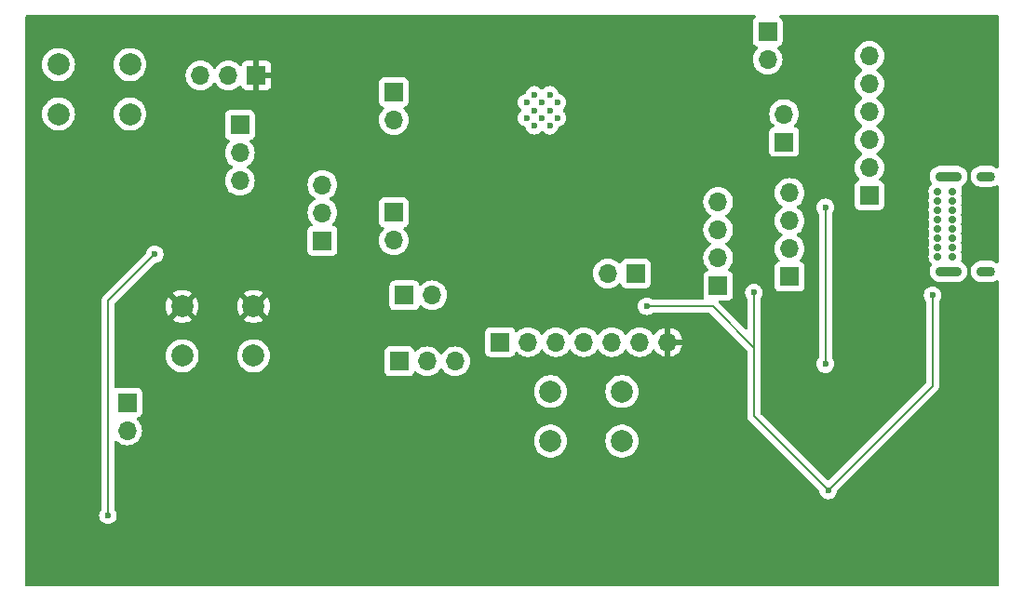
<source format=gbr>
G04 #@! TF.GenerationSoftware,KiCad,Pcbnew,8.0.4*
G04 #@! TF.CreationDate,2024-11-04T17:51:43-06:00*
G04 #@! TF.ProjectId,final_project_v0.1,66696e61-6c5f-4707-926f-6a6563745f76,rev?*
G04 #@! TF.SameCoordinates,Original*
G04 #@! TF.FileFunction,Copper,L2,Bot*
G04 #@! TF.FilePolarity,Positive*
%FSLAX46Y46*%
G04 Gerber Fmt 4.6, Leading zero omitted, Abs format (unit mm)*
G04 Created by KiCad (PCBNEW 8.0.4) date 2024-11-04 17:51:43*
%MOMM*%
%LPD*%
G01*
G04 APERTURE LIST*
G04 #@! TA.AperFunction,ComponentPad*
%ADD10C,2.000000*%
G04 #@! TD*
G04 #@! TA.AperFunction,ComponentPad*
%ADD11R,1.700000X1.700000*%
G04 #@! TD*
G04 #@! TA.AperFunction,ComponentPad*
%ADD12O,1.700000X1.700000*%
G04 #@! TD*
G04 #@! TA.AperFunction,ComponentPad*
%ADD13C,0.700000*%
G04 #@! TD*
G04 #@! TA.AperFunction,ComponentPad*
%ADD14O,2.400000X0.900000*%
G04 #@! TD*
G04 #@! TA.AperFunction,ComponentPad*
%ADD15O,1.700000X0.900000*%
G04 #@! TD*
G04 #@! TA.AperFunction,HeatsinkPad*
%ADD16C,0.600000*%
G04 #@! TD*
G04 #@! TA.AperFunction,ViaPad*
%ADD17C,0.600000*%
G04 #@! TD*
G04 #@! TA.AperFunction,Conductor*
%ADD18C,0.200000*%
G04 #@! TD*
G04 APERTURE END LIST*
D10*
G04 #@! TO.P,SW2,1,1*
G04 #@! TO.N,/Chip_EN*
X94500000Y-101500000D03*
X88000000Y-101500000D03*
G04 #@! TO.P,SW2,2,2*
G04 #@! TO.N,GND*
X94500000Y-97000000D03*
X88000000Y-97000000D03*
G04 #@! TD*
D11*
G04 #@! TO.P,J2,1,Pin_1*
G04 #@! TO.N,/35*
X148000000Y-117120000D03*
D12*
G04 #@! TO.P,J2,2,Pin_2*
G04 #@! TO.N,/36*
X148000000Y-114580000D03*
G04 #@! TO.P,J2,3,Pin_3*
G04 #@! TO.N,/37*
X148000000Y-112040000D03*
G04 #@! TO.P,J2,4,Pin_4*
G04 #@! TO.N,/38*
X148000000Y-109500000D03*
G04 #@! TD*
D11*
G04 #@! TO.P,DebugSerialPort1,1,Pin_1*
G04 #@! TO.N,GND*
X161750000Y-108910000D03*
D12*
G04 #@! TO.P,DebugSerialPort1,2,Pin_2*
G04 #@! TO.N,unconnected-(DebugSerialPort1-Pin_2-Pad2)*
X161750000Y-106370000D03*
G04 #@! TO.P,DebugSerialPort1,3,Pin_3*
G04 #@! TO.N,unconnected-(DebugSerialPort1-Pin_3-Pad3)*
X161750000Y-103830000D03*
G04 #@! TO.P,DebugSerialPort1,4,Pin_4*
G04 #@! TO.N,/TXS*
X161750000Y-101290000D03*
G04 #@! TO.P,DebugSerialPort1,5,Pin_5*
G04 #@! TO.N,/RXS*
X161750000Y-98750000D03*
G04 #@! TO.P,DebugSerialPort1,6,Pin_6*
G04 #@! TO.N,unconnected-(DebugSerialPort1-Pin_6-Pad6)*
X161750000Y-96210000D03*
G04 #@! TD*
D11*
G04 #@! TO.P,J10,1,Pin_1*
G04 #@! TO.N,/IO3*
X119460000Y-118000000D03*
D12*
G04 #@! TO.P,J10,2,Pin_2*
G04 #@! TO.N,/46*
X122000000Y-118000000D03*
G04 #@! TD*
D11*
G04 #@! TO.P,J9,1,Pin_1*
G04 #@! TO.N,/41*
X154000000Y-104040000D03*
D12*
G04 #@! TO.P,J9,2,Pin_2*
G04 #@! TO.N,/42*
X154000000Y-101500000D03*
G04 #@! TD*
D11*
G04 #@! TO.P,MICDA1,1,Pin_1*
G04 #@! TO.N,/MICEN*
X112000000Y-113025000D03*
D12*
G04 #@! TO.P,MICDA1,2,Pin_2*
G04 #@! TO.N,/MICSDA*
X112000000Y-110485000D03*
G04 #@! TO.P,MICDA1,3,Pin_3*
G04 #@! TO.N,GND*
X112000000Y-107945000D03*
G04 #@! TD*
D11*
G04 #@! TO.P,AudioAmplifier1,1,Pin_1*
G04 #@! TO.N,/A_LRCLK*
X128170000Y-122250000D03*
D12*
G04 #@! TO.P,AudioAmplifier1,2,Pin_2*
G04 #@! TO.N,/A_BCLK*
X130710000Y-122250000D03*
G04 #@! TO.P,AudioAmplifier1,3,Pin_3*
G04 #@! TO.N,/A_Din*
X133250000Y-122250000D03*
G04 #@! TO.P,AudioAmplifier1,4,Pin_4*
G04 #@! TO.N,/A_GAIN*
X135790000Y-122250000D03*
G04 #@! TO.P,AudioAmplifier1,5,Pin_5*
G04 #@! TO.N,/A_SDMODEB*
X138330000Y-122250000D03*
G04 #@! TO.P,AudioAmplifier1,6,Pin_6*
G04 #@! TO.N,GND*
X140870000Y-122250000D03*
G04 #@! TO.P,AudioAmplifier1,7,Pin_7*
G04 #@! TO.N,+3V3*
X143410000Y-122250000D03*
G04 #@! TD*
D10*
G04 #@! TO.P,SW3,1,1*
G04 #@! TO.N,/GPIO_Strapping*
X132750000Y-126750000D03*
X139250000Y-126750000D03*
G04 #@! TO.P,SW3,2,2*
G04 #@! TO.N,GND*
X132750000Y-131250000D03*
X139250000Y-131250000D03*
G04 #@! TD*
D11*
G04 #@! TO.P,J4,1,Pin_1*
G04 #@! TO.N,/9*
X119000000Y-124000000D03*
D12*
G04 #@! TO.P,J4,2,Pin_2*
G04 #@! TO.N,/10*
X121540000Y-124000000D03*
G04 #@! TO.P,J4,3,Pin_3*
G04 #@! TO.N,/11*
X124080000Y-124000000D03*
G04 #@! TD*
D13*
G04 #@! TO.P,J1,A1,GND*
G04 #@! TO.N,GND*
X167975000Y-114475000D03*
G04 #@! TO.P,J1,A4,VBUS*
G04 #@! TO.N,+5V*
X167975000Y-113625000D03*
G04 #@! TO.P,J1,A5,CC1*
G04 #@! TO.N,unconnected-(J1-CC1-PadA5)*
X167975000Y-112775000D03*
G04 #@! TO.P,J1,A6,D+*
G04 #@! TO.N,unconnected-(J1-D+-PadA6)*
X167975000Y-111925000D03*
G04 #@! TO.P,J1,A7,D-*
G04 #@! TO.N,unconnected-(J1-D--PadA7)*
X167975000Y-111075000D03*
G04 #@! TO.P,J1,A8,SBU1*
G04 #@! TO.N,unconnected-(J1-SBU1-PadA8)*
X167975000Y-110225000D03*
G04 #@! TO.P,J1,A9,VBUS*
G04 #@! TO.N,+5V*
X167975000Y-109375000D03*
G04 #@! TO.P,J1,A12,GND*
G04 #@! TO.N,GND*
X167975000Y-108525000D03*
G04 #@! TO.P,J1,B1,GND*
X169325000Y-108525000D03*
G04 #@! TO.P,J1,B4,VBUS*
G04 #@! TO.N,+5V*
X169325000Y-109375000D03*
G04 #@! TO.P,J1,B5,CC2*
G04 #@! TO.N,unconnected-(J1-CC2-PadB5)*
X169325000Y-110225000D03*
G04 #@! TO.P,J1,B6,D+*
G04 #@! TO.N,unconnected-(J1-D+-PadB6)*
X169325000Y-111075000D03*
G04 #@! TO.P,J1,B7,D-*
G04 #@! TO.N,unconnected-(J1-D--PadB7)*
X169325000Y-111925000D03*
G04 #@! TO.P,J1,B8,SBU2*
G04 #@! TO.N,unconnected-(J1-SBU2-PadB8)*
X169325000Y-112775000D03*
G04 #@! TO.P,J1,B9,VBUS*
G04 #@! TO.N,+5V*
X169325000Y-113625000D03*
G04 #@! TO.P,J1,B12,GND*
G04 #@! TO.N,GND*
X169325000Y-114475000D03*
D14*
G04 #@! TO.P,J1,S1,SHIELD*
X168955000Y-115825000D03*
D15*
X172335000Y-115825000D03*
D14*
X168955000Y-107175000D03*
D15*
X172335000Y-107175000D03*
G04 #@! TD*
D11*
G04 #@! TO.P,J11,1,Pin_1*
G04 #@! TO.N,/DTR*
X94250000Y-127750000D03*
D12*
G04 #@! TO.P,J11,2,Pin_2*
G04 #@! TO.N,/CTS*
X94250000Y-130290000D03*
G04 #@! TD*
D11*
G04 #@! TO.P,MICCLK1,1,Pin_1*
G04 #@! TO.N,+3V3*
X106000000Y-98000000D03*
D12*
G04 #@! TO.P,MICCLK1,2,Pin_2*
G04 #@! TO.N,/MICSCK*
X103460000Y-98000000D03*
G04 #@! TO.P,MICCLK1,3,Pin_3*
G04 #@! TO.N,/MICWS*
X100920000Y-98000000D03*
G04 #@! TD*
D11*
G04 #@! TO.P,J7,1,Pin_1*
G04 #@! TO.N,/45*
X140500000Y-116000000D03*
D12*
G04 #@! TO.P,J7,2,Pin_2*
G04 #@! TO.N,/48*
X137960000Y-116000000D03*
G04 #@! TD*
D11*
G04 #@! TO.P,J5,1,Pin_1*
G04 #@! TO.N,/19*
X118500000Y-110460000D03*
D12*
G04 #@! TO.P,J5,2,Pin_2*
G04 #@! TO.N,/20*
X118500000Y-113000000D03*
G04 #@! TD*
D11*
G04 #@! TO.P,J6,1,Pin_1*
G04 #@! TO.N,/1*
X152500000Y-94000000D03*
D12*
G04 #@! TO.P,J6,2,Pin_2*
G04 #@! TO.N,/2*
X152500000Y-96540000D03*
G04 #@! TD*
D10*
G04 #@! TO.P,SW1,1,1*
G04 #@! TO.N,+3V3*
X99250000Y-119000000D03*
X105750000Y-119000000D03*
G04 #@! TO.P,SW1,2,2*
G04 #@! TO.N,/MICEN*
X99250000Y-123500000D03*
X105750000Y-123500000D03*
G04 #@! TD*
D11*
G04 #@! TO.P,J3,1,Pin_1*
G04 #@! TO.N,/15*
X104500000Y-102500000D03*
D12*
G04 #@! TO.P,J3,2,Pin_2*
G04 #@! TO.N,/16*
X104500000Y-105040000D03*
G04 #@! TO.P,J3,3,Pin_3*
G04 #@! TO.N,/17*
X104500000Y-107580000D03*
G04 #@! TD*
D11*
G04 #@! TO.P,J8,1,Pin_1*
G04 #@! TO.N,/6*
X118500000Y-99500000D03*
D12*
G04 #@! TO.P,J8,2,Pin_2*
G04 #@! TO.N,/7*
X118500000Y-102040000D03*
G04 #@! TD*
D16*
G04 #@! TO.P,U1,41,GND*
G04 #@! TO.N,GND*
X130582500Y-100460000D03*
X130582500Y-101860000D03*
X131282500Y-99760000D03*
X131282500Y-101160000D03*
X131282500Y-102560000D03*
X131982500Y-100460000D03*
X131982500Y-101860000D03*
X132682500Y-99760000D03*
X132682500Y-101160000D03*
X132682500Y-102560000D03*
X133382500Y-100460000D03*
X133382500Y-101860000D03*
G04 #@! TD*
D11*
G04 #@! TO.P,LCDDisplay1,1,Pin_1*
G04 #@! TO.N,GND*
X154500000Y-116300000D03*
D12*
G04 #@! TO.P,LCDDisplay1,2,Pin_2*
G04 #@! TO.N,+5V*
X154500000Y-113760000D03*
G04 #@! TO.P,LCDDisplay1,3,Pin_3*
G04 #@! TO.N,/SDA_LCD*
X154500000Y-111220000D03*
G04 #@! TO.P,LCDDisplay1,4,Pin_4*
G04 #@! TO.N,/SCL_LCD*
X154500000Y-108680000D03*
G04 #@! TD*
D17*
G04 #@! TO.N,GND*
X141500000Y-119000000D03*
X158000000Y-135750000D03*
X167500000Y-118000000D03*
X92500000Y-138000000D03*
X151250000Y-117750000D03*
X96750000Y-114250000D03*
G04 #@! TO.N,+3V3*
X121000000Y-93750000D03*
X91000000Y-112250000D03*
X145000000Y-129750000D03*
X109500000Y-98000000D03*
G04 #@! TO.N,/SCL_LCD*
X157750000Y-124250000D03*
X157750000Y-110000000D03*
G04 #@! TD*
D18*
G04 #@! TO.N,GND*
X96750000Y-114250000D02*
X92500000Y-118500000D01*
X158000000Y-135750000D02*
X151250000Y-129000000D01*
X151250000Y-122750000D02*
X147500000Y-119000000D01*
X147500000Y-119000000D02*
X141500000Y-119000000D01*
X151250000Y-122750000D02*
X151250000Y-117750000D01*
X151250000Y-129000000D02*
X151250000Y-122750000D01*
X167500000Y-118000000D02*
X167500000Y-126250000D01*
X92500000Y-118500000D02*
X92500000Y-138000000D01*
X167500000Y-126250000D02*
X158000000Y-135750000D01*
G04 #@! TO.N,+3V3*
X116750000Y-98000000D02*
X121000000Y-93750000D01*
X109500000Y-98000000D02*
X116750000Y-98000000D01*
G04 #@! TO.N,/SCL_LCD*
X157750000Y-110000000D02*
X157750000Y-124250000D01*
G04 #@! TD*
G04 #@! TA.AperFunction,Conductor*
G04 #@! TO.N,+3V3*
G36*
X151376936Y-92520185D02*
G01*
X151422691Y-92572989D01*
X151432635Y-92642147D01*
X151403610Y-92705703D01*
X151384208Y-92723766D01*
X151292455Y-92792452D01*
X151292452Y-92792455D01*
X151206206Y-92907664D01*
X151206202Y-92907671D01*
X151155908Y-93042517D01*
X151149501Y-93102116D01*
X151149501Y-93102123D01*
X151149500Y-93102135D01*
X151149500Y-94897870D01*
X151149501Y-94897876D01*
X151155908Y-94957483D01*
X151206202Y-95092328D01*
X151206206Y-95092335D01*
X151292452Y-95207544D01*
X151292455Y-95207547D01*
X151407664Y-95293793D01*
X151407671Y-95293797D01*
X151539081Y-95342810D01*
X151595015Y-95384681D01*
X151619432Y-95450145D01*
X151604580Y-95518418D01*
X151583430Y-95546673D01*
X151461503Y-95668600D01*
X151325965Y-95862169D01*
X151325964Y-95862171D01*
X151226098Y-96076335D01*
X151226094Y-96076344D01*
X151164938Y-96304586D01*
X151164936Y-96304596D01*
X151144341Y-96539999D01*
X151144341Y-96540000D01*
X151164936Y-96775403D01*
X151164938Y-96775413D01*
X151226094Y-97003655D01*
X151226096Y-97003659D01*
X151226097Y-97003663D01*
X151268877Y-97095404D01*
X151325965Y-97217830D01*
X151325967Y-97217834D01*
X151434281Y-97372521D01*
X151461505Y-97411401D01*
X151628599Y-97578495D01*
X151632998Y-97581575D01*
X151822165Y-97714032D01*
X151822167Y-97714033D01*
X151822170Y-97714035D01*
X152036337Y-97813903D01*
X152264592Y-97875063D01*
X152452918Y-97891539D01*
X152499999Y-97895659D01*
X152500000Y-97895659D01*
X152500001Y-97895659D01*
X152539234Y-97892226D01*
X152735408Y-97875063D01*
X152963663Y-97813903D01*
X153177830Y-97714035D01*
X153371401Y-97578495D01*
X153538495Y-97411401D01*
X153674035Y-97217830D01*
X153773903Y-97003663D01*
X153835063Y-96775408D01*
X153855659Y-96540000D01*
X153835063Y-96304592D01*
X153809717Y-96209999D01*
X160394341Y-96209999D01*
X160394341Y-96210000D01*
X160414936Y-96445403D01*
X160414938Y-96445413D01*
X160476094Y-96673655D01*
X160476096Y-96673659D01*
X160476097Y-96673663D01*
X160523542Y-96775408D01*
X160575965Y-96887830D01*
X160575967Y-96887834D01*
X160711501Y-97081395D01*
X160711506Y-97081402D01*
X160878597Y-97248493D01*
X160878603Y-97248498D01*
X161064158Y-97378425D01*
X161107783Y-97433002D01*
X161114977Y-97502500D01*
X161083454Y-97564855D01*
X161064158Y-97581575D01*
X160878597Y-97711505D01*
X160711505Y-97878597D01*
X160575965Y-98072169D01*
X160575964Y-98072171D01*
X160476098Y-98286335D01*
X160476094Y-98286344D01*
X160414938Y-98514586D01*
X160414936Y-98514596D01*
X160394341Y-98749999D01*
X160394341Y-98750000D01*
X160414936Y-98985403D01*
X160414938Y-98985413D01*
X160476094Y-99213655D01*
X160476096Y-99213659D01*
X160476097Y-99213663D01*
X160513256Y-99293350D01*
X160575965Y-99427830D01*
X160575967Y-99427834D01*
X160711501Y-99621395D01*
X160711506Y-99621402D01*
X160878597Y-99788493D01*
X160878603Y-99788498D01*
X161064158Y-99918425D01*
X161107783Y-99973002D01*
X161114977Y-100042500D01*
X161083454Y-100104855D01*
X161064158Y-100121575D01*
X160878597Y-100251505D01*
X160711505Y-100418597D01*
X160575965Y-100612169D01*
X160575964Y-100612171D01*
X160476098Y-100826335D01*
X160476094Y-100826344D01*
X160414938Y-101054586D01*
X160414936Y-101054596D01*
X160394341Y-101289999D01*
X160394341Y-101290000D01*
X160414936Y-101525403D01*
X160414938Y-101525413D01*
X160476094Y-101753655D01*
X160476096Y-101753659D01*
X160476097Y-101753663D01*
X160574018Y-101963655D01*
X160575965Y-101967830D01*
X160575967Y-101967834D01*
X160711501Y-102161395D01*
X160711506Y-102161402D01*
X160878597Y-102328493D01*
X160878603Y-102328498D01*
X161064158Y-102458425D01*
X161107783Y-102513002D01*
X161114977Y-102582500D01*
X161083454Y-102644855D01*
X161064158Y-102661575D01*
X160878597Y-102791505D01*
X160711505Y-102958597D01*
X160575965Y-103152169D01*
X160575964Y-103152171D01*
X160476098Y-103366335D01*
X160476094Y-103366344D01*
X160414938Y-103594586D01*
X160414936Y-103594596D01*
X160394341Y-103829999D01*
X160394341Y-103830000D01*
X160414936Y-104065403D01*
X160414938Y-104065413D01*
X160476094Y-104293655D01*
X160476096Y-104293659D01*
X160476097Y-104293663D01*
X160508042Y-104362169D01*
X160575965Y-104507830D01*
X160575967Y-104507834D01*
X160711501Y-104701395D01*
X160711506Y-104701402D01*
X160878597Y-104868493D01*
X160878603Y-104868498D01*
X161064158Y-104998425D01*
X161107783Y-105053002D01*
X161114977Y-105122500D01*
X161083454Y-105184855D01*
X161064158Y-105201575D01*
X160878597Y-105331505D01*
X160711505Y-105498597D01*
X160575965Y-105692169D01*
X160575964Y-105692171D01*
X160476098Y-105906335D01*
X160476094Y-105906344D01*
X160414938Y-106134586D01*
X160414936Y-106134596D01*
X160394341Y-106369999D01*
X160394341Y-106370000D01*
X160414936Y-106605403D01*
X160414938Y-106605413D01*
X160476094Y-106833655D01*
X160476096Y-106833659D01*
X160476097Y-106833663D01*
X160575965Y-107047830D01*
X160575967Y-107047834D01*
X160623934Y-107116337D01*
X160711501Y-107241396D01*
X160711506Y-107241402D01*
X160833430Y-107363326D01*
X160866915Y-107424649D01*
X160861931Y-107494341D01*
X160820059Y-107550274D01*
X160789083Y-107567189D01*
X160657669Y-107616203D01*
X160657664Y-107616206D01*
X160542455Y-107702452D01*
X160542452Y-107702455D01*
X160456206Y-107817664D01*
X160456202Y-107817671D01*
X160405908Y-107952517D01*
X160400570Y-108002171D01*
X160399501Y-108012123D01*
X160399500Y-108012135D01*
X160399500Y-109807870D01*
X160399501Y-109807876D01*
X160405908Y-109867483D01*
X160456202Y-110002328D01*
X160456206Y-110002335D01*
X160542452Y-110117544D01*
X160542455Y-110117547D01*
X160657664Y-110203793D01*
X160657671Y-110203797D01*
X160792517Y-110254091D01*
X160792516Y-110254091D01*
X160799444Y-110254835D01*
X160852127Y-110260500D01*
X162647872Y-110260499D01*
X162707483Y-110254091D01*
X162842331Y-110203796D01*
X162957546Y-110117546D01*
X163043796Y-110002331D01*
X163094091Y-109867483D01*
X163100500Y-109807873D01*
X163100499Y-108525000D01*
X167119815Y-108525000D01*
X167138503Y-108702805D01*
X167138504Y-108702807D01*
X167193750Y-108872836D01*
X167202506Y-108888003D01*
X167218976Y-108955904D01*
X167202506Y-109011997D01*
X167193750Y-109027163D01*
X167138504Y-109197192D01*
X167138503Y-109197194D01*
X167119815Y-109375000D01*
X167138503Y-109552805D01*
X167138504Y-109552807D01*
X167193750Y-109722836D01*
X167202506Y-109738003D01*
X167218976Y-109805904D01*
X167202506Y-109861997D01*
X167193750Y-109877163D01*
X167138504Y-110047192D01*
X167138503Y-110047194D01*
X167119815Y-110225000D01*
X167138503Y-110402805D01*
X167138504Y-110402807D01*
X167193750Y-110572836D01*
X167202506Y-110588003D01*
X167218976Y-110655904D01*
X167202506Y-110711997D01*
X167193750Y-110727163D01*
X167138504Y-110897192D01*
X167138503Y-110897194D01*
X167119815Y-111075000D01*
X167138503Y-111252805D01*
X167138504Y-111252807D01*
X167193750Y-111422836D01*
X167202506Y-111438003D01*
X167218976Y-111505904D01*
X167202506Y-111561997D01*
X167193750Y-111577163D01*
X167138504Y-111747192D01*
X167138503Y-111747194D01*
X167119815Y-111925000D01*
X167138503Y-112102805D01*
X167138504Y-112102807D01*
X167193750Y-112272836D01*
X167202506Y-112288003D01*
X167218976Y-112355904D01*
X167202506Y-112411997D01*
X167193750Y-112427163D01*
X167138504Y-112597192D01*
X167138503Y-112597194D01*
X167119815Y-112775000D01*
X167138503Y-112952805D01*
X167138504Y-112952807D01*
X167193750Y-113122836D01*
X167202506Y-113138003D01*
X167218976Y-113205904D01*
X167202506Y-113261997D01*
X167193750Y-113277163D01*
X167138504Y-113447192D01*
X167138503Y-113447194D01*
X167119815Y-113625000D01*
X167138503Y-113802805D01*
X167138504Y-113802807D01*
X167193750Y-113972836D01*
X167202506Y-113988003D01*
X167218976Y-114055904D01*
X167202506Y-114111997D01*
X167193750Y-114127163D01*
X167138504Y-114297192D01*
X167138503Y-114297194D01*
X167119815Y-114475000D01*
X167138503Y-114652805D01*
X167138504Y-114652807D01*
X167193747Y-114822829D01*
X167193750Y-114822835D01*
X167283141Y-114977665D01*
X167308836Y-115006202D01*
X167402764Y-115110521D01*
X167407594Y-115114869D01*
X167405714Y-115116957D01*
X167440853Y-115162529D01*
X167446829Y-115232143D01*
X167428403Y-115276403D01*
X167362680Y-115374764D01*
X167362676Y-115374771D01*
X167291027Y-115547748D01*
X167291025Y-115547756D01*
X167254500Y-115731379D01*
X167254500Y-115918620D01*
X167291025Y-116102243D01*
X167291027Y-116102251D01*
X167362676Y-116275228D01*
X167362681Y-116275237D01*
X167466697Y-116430907D01*
X167466700Y-116430911D01*
X167599088Y-116563299D01*
X167599092Y-116563302D01*
X167754762Y-116667318D01*
X167754768Y-116667321D01*
X167754769Y-116667322D01*
X167927749Y-116738973D01*
X168111379Y-116775499D01*
X168111383Y-116775500D01*
X168111384Y-116775500D01*
X169798617Y-116775500D01*
X169798618Y-116775499D01*
X169982251Y-116738973D01*
X170155231Y-116667322D01*
X170310908Y-116563302D01*
X170443302Y-116430908D01*
X170547322Y-116275231D01*
X170618973Y-116102251D01*
X170655500Y-115918616D01*
X170655500Y-115731384D01*
X170618973Y-115547749D01*
X170558654Y-115402127D01*
X170547323Y-115374771D01*
X170547318Y-115374762D01*
X170443302Y-115219092D01*
X170443299Y-115219088D01*
X170310911Y-115086700D01*
X170310907Y-115086697D01*
X170150166Y-114979293D01*
X170151651Y-114977070D01*
X170110062Y-114936177D01*
X170094634Y-114868032D01*
X170105113Y-114825387D01*
X170106245Y-114822843D01*
X170106250Y-114822835D01*
X170161497Y-114652803D01*
X170180185Y-114475000D01*
X170161497Y-114297197D01*
X170106250Y-114127165D01*
X170097494Y-114111999D01*
X170081021Y-114044103D01*
X170097493Y-113988000D01*
X170106250Y-113972835D01*
X170161497Y-113802803D01*
X170180185Y-113625000D01*
X170161497Y-113447197D01*
X170106250Y-113277165D01*
X170097494Y-113261999D01*
X170081021Y-113194103D01*
X170097493Y-113138000D01*
X170106250Y-113122835D01*
X170161497Y-112952803D01*
X170180185Y-112775000D01*
X170161497Y-112597197D01*
X170106250Y-112427165D01*
X170097494Y-112411999D01*
X170081021Y-112344103D01*
X170097493Y-112288000D01*
X170106250Y-112272835D01*
X170161497Y-112102803D01*
X170180185Y-111925000D01*
X170161497Y-111747197D01*
X170106250Y-111577165D01*
X170097494Y-111561999D01*
X170081021Y-111494103D01*
X170097493Y-111438000D01*
X170106250Y-111422835D01*
X170161497Y-111252803D01*
X170180185Y-111075000D01*
X170161497Y-110897197D01*
X170106250Y-110727165D01*
X170097494Y-110711999D01*
X170081021Y-110644103D01*
X170097493Y-110588000D01*
X170106250Y-110572835D01*
X170161497Y-110402803D01*
X170180185Y-110225000D01*
X170161497Y-110047197D01*
X170106250Y-109877165D01*
X170097494Y-109861999D01*
X170081021Y-109794103D01*
X170097493Y-109738000D01*
X170106250Y-109722835D01*
X170161497Y-109552803D01*
X170180185Y-109375000D01*
X170161497Y-109197197D01*
X170106250Y-109027165D01*
X170097494Y-109011999D01*
X170081021Y-108944103D01*
X170097493Y-108888000D01*
X170106250Y-108872835D01*
X170161497Y-108702803D01*
X170180185Y-108525000D01*
X170161497Y-108347197D01*
X170106250Y-108177165D01*
X170106248Y-108177161D01*
X170105109Y-108174602D01*
X170104892Y-108172985D01*
X170104242Y-108170984D01*
X170104607Y-108170865D01*
X170095823Y-108105352D01*
X170125451Y-108042075D01*
X170150974Y-108021917D01*
X170150165Y-108020707D01*
X170310908Y-107913302D01*
X170443299Y-107780911D01*
X170443302Y-107780908D01*
X170547322Y-107625231D01*
X170618973Y-107452251D01*
X170655500Y-107268616D01*
X170655500Y-107081384D01*
X170618973Y-106897749D01*
X170547322Y-106724769D01*
X170547321Y-106724768D01*
X170547318Y-106724762D01*
X170443302Y-106569092D01*
X170443299Y-106569088D01*
X170310911Y-106436700D01*
X170310907Y-106436697D01*
X170155237Y-106332681D01*
X170155228Y-106332676D01*
X169982251Y-106261027D01*
X169982243Y-106261025D01*
X169798620Y-106224500D01*
X169798616Y-106224500D01*
X168111384Y-106224500D01*
X168111379Y-106224500D01*
X167927756Y-106261025D01*
X167927748Y-106261027D01*
X167754771Y-106332676D01*
X167754762Y-106332681D01*
X167599092Y-106436697D01*
X167599088Y-106436700D01*
X167466700Y-106569088D01*
X167466697Y-106569092D01*
X167362681Y-106724762D01*
X167362676Y-106724771D01*
X167291027Y-106897748D01*
X167291025Y-106897756D01*
X167254500Y-107081379D01*
X167254500Y-107268620D01*
X167291025Y-107452243D01*
X167291027Y-107452251D01*
X167362676Y-107625228D01*
X167362681Y-107625237D01*
X167428402Y-107723595D01*
X167449280Y-107790273D01*
X167430795Y-107857653D01*
X167406482Y-107883886D01*
X167407599Y-107885126D01*
X167402770Y-107889473D01*
X167283140Y-108022336D01*
X167193750Y-108177164D01*
X167193747Y-108177170D01*
X167138504Y-108347192D01*
X167138503Y-108347194D01*
X167119815Y-108525000D01*
X163100499Y-108525000D01*
X163100499Y-108012128D01*
X163094091Y-107952517D01*
X163091287Y-107945000D01*
X163043797Y-107817671D01*
X163043793Y-107817664D01*
X162957547Y-107702455D01*
X162957544Y-107702452D01*
X162842335Y-107616206D01*
X162842328Y-107616202D01*
X162710917Y-107567189D01*
X162654983Y-107525318D01*
X162630566Y-107459853D01*
X162645418Y-107391580D01*
X162666563Y-107363332D01*
X162788495Y-107241401D01*
X162924035Y-107047830D01*
X163023903Y-106833663D01*
X163085063Y-106605408D01*
X163105659Y-106370000D01*
X163104521Y-106356998D01*
X163096125Y-106261025D01*
X163085063Y-106134592D01*
X163023903Y-105906337D01*
X162924035Y-105692171D01*
X162792036Y-105503655D01*
X162788494Y-105498597D01*
X162621402Y-105331506D01*
X162621396Y-105331501D01*
X162435842Y-105201575D01*
X162392217Y-105146998D01*
X162385023Y-105077500D01*
X162416546Y-105015145D01*
X162435842Y-104998425D01*
X162458026Y-104982891D01*
X162621401Y-104868495D01*
X162788495Y-104701401D01*
X162924035Y-104507830D01*
X163023903Y-104293663D01*
X163085063Y-104065408D01*
X163105659Y-103830000D01*
X163102491Y-103793796D01*
X163101539Y-103782918D01*
X163085063Y-103594592D01*
X163023903Y-103366337D01*
X162924035Y-103152171D01*
X162917003Y-103142127D01*
X162788494Y-102958597D01*
X162621402Y-102791506D01*
X162621396Y-102791501D01*
X162435842Y-102661575D01*
X162392217Y-102606998D01*
X162385023Y-102537500D01*
X162416546Y-102475145D01*
X162435842Y-102458425D01*
X162483889Y-102424782D01*
X162621401Y-102328495D01*
X162788495Y-102161401D01*
X162924035Y-101967830D01*
X163023903Y-101753663D01*
X163085063Y-101525408D01*
X163105659Y-101290000D01*
X163085063Y-101054592D01*
X163023903Y-100826337D01*
X162924035Y-100612171D01*
X162898159Y-100575215D01*
X162788494Y-100418597D01*
X162621402Y-100251506D01*
X162621396Y-100251501D01*
X162435842Y-100121575D01*
X162392217Y-100066998D01*
X162385023Y-99997500D01*
X162416546Y-99935145D01*
X162435842Y-99918425D01*
X162561863Y-99830184D01*
X162621401Y-99788495D01*
X162788495Y-99621401D01*
X162924035Y-99427830D01*
X163023903Y-99213663D01*
X163085063Y-98985408D01*
X163105659Y-98750000D01*
X163085063Y-98514592D01*
X163038626Y-98341285D01*
X163023905Y-98286344D01*
X163023904Y-98286343D01*
X163023903Y-98286337D01*
X162924035Y-98072171D01*
X162919593Y-98065826D01*
X162788494Y-97878597D01*
X162621402Y-97711506D01*
X162621396Y-97711501D01*
X162435842Y-97581575D01*
X162392217Y-97526998D01*
X162385023Y-97457500D01*
X162416546Y-97395145D01*
X162435842Y-97378425D01*
X162516181Y-97322171D01*
X162621401Y-97248495D01*
X162788495Y-97081401D01*
X162924035Y-96887830D01*
X163023903Y-96673663D01*
X163085063Y-96445408D01*
X163105659Y-96210000D01*
X163085063Y-95974592D01*
X163023903Y-95746337D01*
X162924035Y-95532171D01*
X162891252Y-95485351D01*
X162788494Y-95338597D01*
X162621402Y-95171506D01*
X162621395Y-95171501D01*
X162427834Y-95035967D01*
X162427830Y-95035965D01*
X162427828Y-95035964D01*
X162213663Y-94936097D01*
X162213659Y-94936096D01*
X162213655Y-94936094D01*
X161985413Y-94874938D01*
X161985403Y-94874936D01*
X161750001Y-94854341D01*
X161749999Y-94854341D01*
X161514596Y-94874936D01*
X161514586Y-94874938D01*
X161286344Y-94936094D01*
X161286335Y-94936098D01*
X161072171Y-95035964D01*
X161072169Y-95035965D01*
X160878597Y-95171505D01*
X160711505Y-95338597D01*
X160575965Y-95532169D01*
X160575964Y-95532171D01*
X160476098Y-95746335D01*
X160476094Y-95746344D01*
X160414938Y-95974586D01*
X160414936Y-95974596D01*
X160394341Y-96209999D01*
X153809717Y-96209999D01*
X153773903Y-96076337D01*
X153674035Y-95862171D01*
X153592932Y-95746344D01*
X153538496Y-95668600D01*
X153491065Y-95621169D01*
X153416567Y-95546671D01*
X153383084Y-95485351D01*
X153388068Y-95415659D01*
X153429939Y-95359725D01*
X153460915Y-95342810D01*
X153592331Y-95293796D01*
X153707546Y-95207546D01*
X153793796Y-95092331D01*
X153844091Y-94957483D01*
X153850500Y-94897873D01*
X153850499Y-93102128D01*
X153844091Y-93042517D01*
X153793796Y-92907669D01*
X153793795Y-92907668D01*
X153793793Y-92907664D01*
X153707547Y-92792455D01*
X153707544Y-92792452D01*
X153615792Y-92723766D01*
X153573921Y-92667832D01*
X153568937Y-92598141D01*
X153602423Y-92536818D01*
X153663746Y-92503334D01*
X153690103Y-92500500D01*
X173375500Y-92500500D01*
X173442539Y-92520185D01*
X173488294Y-92572989D01*
X173499500Y-92624500D01*
X173499500Y-106310677D01*
X173479815Y-106377716D01*
X173427011Y-106423471D01*
X173357853Y-106433415D01*
X173306610Y-106413779D01*
X173185242Y-106332684D01*
X173185228Y-106332676D01*
X173012251Y-106261027D01*
X173012243Y-106261025D01*
X172828620Y-106224500D01*
X172828616Y-106224500D01*
X171841384Y-106224500D01*
X171841379Y-106224500D01*
X171657756Y-106261025D01*
X171657748Y-106261027D01*
X171484771Y-106332676D01*
X171484762Y-106332681D01*
X171329092Y-106436697D01*
X171329088Y-106436700D01*
X171196700Y-106569088D01*
X171196697Y-106569092D01*
X171092681Y-106724762D01*
X171092676Y-106724771D01*
X171021027Y-106897748D01*
X171021025Y-106897756D01*
X170984500Y-107081379D01*
X170984500Y-107268620D01*
X171021025Y-107452243D01*
X171021027Y-107452251D01*
X171092676Y-107625228D01*
X171092681Y-107625237D01*
X171196697Y-107780907D01*
X171196700Y-107780911D01*
X171329088Y-107913299D01*
X171329092Y-107913302D01*
X171484762Y-108017318D01*
X171484768Y-108017321D01*
X171484769Y-108017322D01*
X171657749Y-108088973D01*
X171841379Y-108125499D01*
X171841383Y-108125500D01*
X171841384Y-108125500D01*
X172828617Y-108125500D01*
X172828618Y-108125499D01*
X173012251Y-108088973D01*
X173185231Y-108017322D01*
X173306609Y-107936220D01*
X173373286Y-107915342D01*
X173440667Y-107933826D01*
X173487357Y-107985805D01*
X173499500Y-108039322D01*
X173499500Y-114960677D01*
X173479815Y-115027716D01*
X173427011Y-115073471D01*
X173357853Y-115083415D01*
X173306610Y-115063779D01*
X173185242Y-114982684D01*
X173185228Y-114982676D01*
X173012251Y-114911027D01*
X173012243Y-114911025D01*
X172828620Y-114874500D01*
X172828616Y-114874500D01*
X171841384Y-114874500D01*
X171841379Y-114874500D01*
X171657756Y-114911025D01*
X171657748Y-114911027D01*
X171484771Y-114982676D01*
X171484762Y-114982681D01*
X171329092Y-115086697D01*
X171329088Y-115086700D01*
X171196700Y-115219088D01*
X171196697Y-115219092D01*
X171092681Y-115374762D01*
X171092676Y-115374771D01*
X171021027Y-115547748D01*
X171021025Y-115547756D01*
X170984500Y-115731379D01*
X170984500Y-115918620D01*
X171021025Y-116102243D01*
X171021027Y-116102251D01*
X171092676Y-116275228D01*
X171092681Y-116275237D01*
X171196697Y-116430907D01*
X171196700Y-116430911D01*
X171329088Y-116563299D01*
X171329092Y-116563302D01*
X171484762Y-116667318D01*
X171484768Y-116667321D01*
X171484769Y-116667322D01*
X171657749Y-116738973D01*
X171841379Y-116775499D01*
X171841383Y-116775500D01*
X171841384Y-116775500D01*
X172828617Y-116775500D01*
X172828618Y-116775499D01*
X173012251Y-116738973D01*
X173185231Y-116667322D01*
X173306609Y-116586220D01*
X173373286Y-116565342D01*
X173440667Y-116583826D01*
X173487357Y-116635805D01*
X173499500Y-116689322D01*
X173499500Y-144375500D01*
X173479815Y-144442539D01*
X173427011Y-144488294D01*
X173375500Y-144499500D01*
X85124500Y-144499500D01*
X85057461Y-144479815D01*
X85011706Y-144427011D01*
X85000500Y-144375500D01*
X85000500Y-137999996D01*
X91694435Y-137999996D01*
X91694435Y-138000003D01*
X91714630Y-138179249D01*
X91714631Y-138179254D01*
X91774211Y-138349523D01*
X91870184Y-138502262D01*
X91997738Y-138629816D01*
X92150478Y-138725789D01*
X92320745Y-138785368D01*
X92320750Y-138785369D01*
X92499996Y-138805565D01*
X92500000Y-138805565D01*
X92500004Y-138805565D01*
X92679249Y-138785369D01*
X92679252Y-138785368D01*
X92679255Y-138785368D01*
X92849522Y-138725789D01*
X93002262Y-138629816D01*
X93129816Y-138502262D01*
X93225789Y-138349522D01*
X93285368Y-138179255D01*
X93305565Y-138000000D01*
X93285368Y-137820745D01*
X93225789Y-137650478D01*
X93129816Y-137497738D01*
X93129814Y-137497736D01*
X93129813Y-137497734D01*
X93127550Y-137494896D01*
X93126659Y-137492715D01*
X93126111Y-137491842D01*
X93126264Y-137491745D01*
X93101144Y-137430209D01*
X93100500Y-137417587D01*
X93100500Y-131349758D01*
X93120185Y-131282719D01*
X93172989Y-131236964D01*
X93242147Y-131227020D01*
X93305703Y-131256045D01*
X93312181Y-131262077D01*
X93378599Y-131328495D01*
X93408966Y-131349758D01*
X93572165Y-131464032D01*
X93572167Y-131464033D01*
X93572170Y-131464035D01*
X93786337Y-131563903D01*
X94014592Y-131625063D01*
X94202918Y-131641539D01*
X94249999Y-131645659D01*
X94250000Y-131645659D01*
X94250001Y-131645659D01*
X94289234Y-131642226D01*
X94485408Y-131625063D01*
X94713663Y-131563903D01*
X94927830Y-131464035D01*
X95121401Y-131328495D01*
X95199902Y-131249994D01*
X131244357Y-131249994D01*
X131244357Y-131250005D01*
X131264890Y-131497812D01*
X131264892Y-131497824D01*
X131325936Y-131738881D01*
X131425826Y-131966606D01*
X131561833Y-132174782D01*
X131561836Y-132174785D01*
X131730256Y-132357738D01*
X131926491Y-132510474D01*
X132145190Y-132628828D01*
X132380386Y-132709571D01*
X132625665Y-132750500D01*
X132874335Y-132750500D01*
X133119614Y-132709571D01*
X133354810Y-132628828D01*
X133573509Y-132510474D01*
X133769744Y-132357738D01*
X133938164Y-132174785D01*
X134074173Y-131966607D01*
X134174063Y-131738881D01*
X134235108Y-131497821D01*
X134247377Y-131349758D01*
X134255643Y-131250005D01*
X134255643Y-131249994D01*
X137744357Y-131249994D01*
X137744357Y-131250005D01*
X137764890Y-131497812D01*
X137764892Y-131497824D01*
X137825936Y-131738881D01*
X137925826Y-131966606D01*
X138061833Y-132174782D01*
X138061836Y-132174785D01*
X138230256Y-132357738D01*
X138426491Y-132510474D01*
X138645190Y-132628828D01*
X138880386Y-132709571D01*
X139125665Y-132750500D01*
X139374335Y-132750500D01*
X139619614Y-132709571D01*
X139854810Y-132628828D01*
X140073509Y-132510474D01*
X140269744Y-132357738D01*
X140438164Y-132174785D01*
X140574173Y-131966607D01*
X140674063Y-131738881D01*
X140735108Y-131497821D01*
X140747377Y-131349758D01*
X140755643Y-131250005D01*
X140755643Y-131249994D01*
X140735109Y-131002187D01*
X140735107Y-131002175D01*
X140674063Y-130761118D01*
X140574173Y-130533393D01*
X140438166Y-130325217D01*
X140405745Y-130289999D01*
X140269744Y-130142262D01*
X140073509Y-129989526D01*
X140073507Y-129989525D01*
X140073506Y-129989524D01*
X139854811Y-129871172D01*
X139854802Y-129871169D01*
X139619616Y-129790429D01*
X139374335Y-129749500D01*
X139125665Y-129749500D01*
X138880383Y-129790429D01*
X138645197Y-129871169D01*
X138645188Y-129871172D01*
X138426493Y-129989524D01*
X138230257Y-130142261D01*
X138061833Y-130325217D01*
X137925826Y-130533393D01*
X137825936Y-130761118D01*
X137764892Y-131002175D01*
X137764890Y-131002187D01*
X137744357Y-131249994D01*
X134255643Y-131249994D01*
X134235109Y-131002187D01*
X134235107Y-131002175D01*
X134174063Y-130761118D01*
X134074173Y-130533393D01*
X133938166Y-130325217D01*
X133905745Y-130289999D01*
X133769744Y-130142262D01*
X133573509Y-129989526D01*
X133573507Y-129989525D01*
X133573506Y-129989524D01*
X133354811Y-129871172D01*
X133354802Y-129871169D01*
X133119616Y-129790429D01*
X132874335Y-129749500D01*
X132625665Y-129749500D01*
X132380383Y-129790429D01*
X132145197Y-129871169D01*
X132145188Y-129871172D01*
X131926493Y-129989524D01*
X131730257Y-130142261D01*
X131561833Y-130325217D01*
X131425826Y-130533393D01*
X131325936Y-130761118D01*
X131264892Y-131002175D01*
X131264890Y-131002187D01*
X131244357Y-131249994D01*
X95199902Y-131249994D01*
X95288495Y-131161401D01*
X95424035Y-130967830D01*
X95523903Y-130753663D01*
X95585063Y-130525408D01*
X95605659Y-130290000D01*
X95585063Y-130054592D01*
X95523903Y-129826337D01*
X95424035Y-129612171D01*
X95336799Y-129487585D01*
X95288496Y-129418600D01*
X95238610Y-129368714D01*
X95166567Y-129296671D01*
X95133084Y-129235351D01*
X95138068Y-129165659D01*
X95179939Y-129109725D01*
X95210915Y-129092810D01*
X95342331Y-129043796D01*
X95457546Y-128957546D01*
X95543796Y-128842331D01*
X95594091Y-128707483D01*
X95600500Y-128647873D01*
X95600499Y-126852128D01*
X95594091Y-126792517D01*
X95578233Y-126750000D01*
X95578231Y-126749994D01*
X131244357Y-126749994D01*
X131244357Y-126750005D01*
X131264890Y-126997812D01*
X131264892Y-126997824D01*
X131325936Y-127238881D01*
X131425826Y-127466606D01*
X131561833Y-127674782D01*
X131561836Y-127674785D01*
X131730256Y-127857738D01*
X131926491Y-128010474D01*
X132145190Y-128128828D01*
X132380386Y-128209571D01*
X132625665Y-128250500D01*
X132874335Y-128250500D01*
X133119614Y-128209571D01*
X133354810Y-128128828D01*
X133573509Y-128010474D01*
X133769744Y-127857738D01*
X133938164Y-127674785D01*
X134074173Y-127466607D01*
X134174063Y-127238881D01*
X134235108Y-126997821D01*
X134235109Y-126997812D01*
X134255643Y-126750005D01*
X134255643Y-126749994D01*
X137744357Y-126749994D01*
X137744357Y-126750005D01*
X137764890Y-126997812D01*
X137764892Y-126997824D01*
X137825936Y-127238881D01*
X137925826Y-127466606D01*
X138061833Y-127674782D01*
X138061836Y-127674785D01*
X138230256Y-127857738D01*
X138426491Y-128010474D01*
X138645190Y-128128828D01*
X138880386Y-128209571D01*
X139125665Y-128250500D01*
X139374335Y-128250500D01*
X139619614Y-128209571D01*
X139854810Y-128128828D01*
X140073509Y-128010474D01*
X140269744Y-127857738D01*
X140438164Y-127674785D01*
X140574173Y-127466607D01*
X140674063Y-127238881D01*
X140735108Y-126997821D01*
X140735109Y-126997812D01*
X140755643Y-126750005D01*
X140755643Y-126749994D01*
X140735109Y-126502187D01*
X140735107Y-126502175D01*
X140674063Y-126261118D01*
X140574173Y-126033393D01*
X140438166Y-125825217D01*
X140416557Y-125801744D01*
X140269744Y-125642262D01*
X140073509Y-125489526D01*
X140073507Y-125489525D01*
X140073506Y-125489524D01*
X139854811Y-125371172D01*
X139854802Y-125371169D01*
X139619616Y-125290429D01*
X139374335Y-125249500D01*
X139125665Y-125249500D01*
X138880383Y-125290429D01*
X138645197Y-125371169D01*
X138645188Y-125371172D01*
X138426493Y-125489524D01*
X138230257Y-125642261D01*
X138061833Y-125825217D01*
X137925826Y-126033393D01*
X137825936Y-126261118D01*
X137764892Y-126502175D01*
X137764890Y-126502187D01*
X137744357Y-126749994D01*
X134255643Y-126749994D01*
X134235109Y-126502187D01*
X134235107Y-126502175D01*
X134174063Y-126261118D01*
X134074173Y-126033393D01*
X133938166Y-125825217D01*
X133916557Y-125801744D01*
X133769744Y-125642262D01*
X133573509Y-125489526D01*
X133573507Y-125489525D01*
X133573506Y-125489524D01*
X133354811Y-125371172D01*
X133354802Y-125371169D01*
X133119616Y-125290429D01*
X132874335Y-125249500D01*
X132625665Y-125249500D01*
X132380383Y-125290429D01*
X132145197Y-125371169D01*
X132145188Y-125371172D01*
X131926493Y-125489524D01*
X131730257Y-125642261D01*
X131561833Y-125825217D01*
X131425826Y-126033393D01*
X131325936Y-126261118D01*
X131264892Y-126502175D01*
X131264890Y-126502187D01*
X131244357Y-126749994D01*
X95578231Y-126749994D01*
X95543797Y-126657671D01*
X95543793Y-126657664D01*
X95457547Y-126542455D01*
X95457544Y-126542452D01*
X95342335Y-126456206D01*
X95342328Y-126456202D01*
X95207482Y-126405908D01*
X95207483Y-126405908D01*
X95147883Y-126399501D01*
X95147881Y-126399500D01*
X95147873Y-126399500D01*
X95147864Y-126399500D01*
X93352129Y-126399500D01*
X93352123Y-126399501D01*
X93292514Y-126405909D01*
X93267832Y-126415115D01*
X93198140Y-126420099D01*
X93136818Y-126386613D01*
X93103333Y-126325289D01*
X93100500Y-126298933D01*
X93100500Y-123499994D01*
X97744357Y-123499994D01*
X97744357Y-123500005D01*
X97764890Y-123747812D01*
X97764892Y-123747824D01*
X97825936Y-123988881D01*
X97925826Y-124216606D01*
X98061833Y-124424782D01*
X98061836Y-124424785D01*
X98230256Y-124607738D01*
X98426491Y-124760474D01*
X98645190Y-124878828D01*
X98880386Y-124959571D01*
X99125665Y-125000500D01*
X99374335Y-125000500D01*
X99619614Y-124959571D01*
X99854810Y-124878828D01*
X100073509Y-124760474D01*
X100269744Y-124607738D01*
X100438164Y-124424785D01*
X100574173Y-124216607D01*
X100674063Y-123988881D01*
X100735108Y-123747821D01*
X100735115Y-123747734D01*
X100755643Y-123500005D01*
X100755643Y-123499994D01*
X104244357Y-123499994D01*
X104244357Y-123500005D01*
X104264890Y-123747812D01*
X104264892Y-123747824D01*
X104325936Y-123988881D01*
X104425826Y-124216606D01*
X104561833Y-124424782D01*
X104561836Y-124424785D01*
X104730256Y-124607738D01*
X104926491Y-124760474D01*
X105145190Y-124878828D01*
X105380386Y-124959571D01*
X105625665Y-125000500D01*
X105874335Y-125000500D01*
X106119614Y-124959571D01*
X106354810Y-124878828D01*
X106573509Y-124760474D01*
X106769744Y-124607738D01*
X106938164Y-124424785D01*
X107074173Y-124216607D01*
X107174063Y-123988881D01*
X107235108Y-123747821D01*
X107235115Y-123747734D01*
X107255643Y-123500005D01*
X107255643Y-123499994D01*
X107235109Y-123252187D01*
X107235107Y-123252175D01*
X107197112Y-123102135D01*
X117649500Y-123102135D01*
X117649500Y-124897870D01*
X117649501Y-124897876D01*
X117655908Y-124957483D01*
X117706202Y-125092328D01*
X117706206Y-125092335D01*
X117792452Y-125207544D01*
X117792455Y-125207547D01*
X117907664Y-125293793D01*
X117907671Y-125293797D01*
X118042517Y-125344091D01*
X118042516Y-125344091D01*
X118049444Y-125344835D01*
X118102127Y-125350500D01*
X119897872Y-125350499D01*
X119957483Y-125344091D01*
X120092331Y-125293796D01*
X120207546Y-125207546D01*
X120293796Y-125092331D01*
X120342810Y-124960916D01*
X120384681Y-124904984D01*
X120450145Y-124880566D01*
X120518418Y-124895417D01*
X120546673Y-124916569D01*
X120668599Y-125038495D01*
X120765384Y-125106265D01*
X120862165Y-125174032D01*
X120862167Y-125174033D01*
X120862170Y-125174035D01*
X121076337Y-125273903D01*
X121304592Y-125335063D01*
X121481034Y-125350500D01*
X121539999Y-125355659D01*
X121540000Y-125355659D01*
X121540001Y-125355659D01*
X121598966Y-125350500D01*
X121775408Y-125335063D01*
X122003663Y-125273903D01*
X122217830Y-125174035D01*
X122411401Y-125038495D01*
X122578495Y-124871401D01*
X122708425Y-124685842D01*
X122763002Y-124642217D01*
X122832500Y-124635023D01*
X122894855Y-124666546D01*
X122911575Y-124685842D01*
X123041500Y-124871395D01*
X123041505Y-124871401D01*
X123208599Y-125038495D01*
X123305384Y-125106265D01*
X123402165Y-125174032D01*
X123402167Y-125174033D01*
X123402170Y-125174035D01*
X123616337Y-125273903D01*
X123844592Y-125335063D01*
X124021034Y-125350500D01*
X124079999Y-125355659D01*
X124080000Y-125355659D01*
X124080001Y-125355659D01*
X124138966Y-125350500D01*
X124315408Y-125335063D01*
X124543663Y-125273903D01*
X124757830Y-125174035D01*
X124951401Y-125038495D01*
X125118495Y-124871401D01*
X125254035Y-124677830D01*
X125353903Y-124463663D01*
X125415063Y-124235408D01*
X125435659Y-124000000D01*
X125415063Y-123764592D01*
X125353903Y-123536337D01*
X125254035Y-123322171D01*
X125248425Y-123314158D01*
X125118494Y-123128597D01*
X124951402Y-122961506D01*
X124951395Y-122961501D01*
X124757834Y-122825967D01*
X124757830Y-122825965D01*
X124757828Y-122825964D01*
X124543663Y-122726097D01*
X124543659Y-122726096D01*
X124543655Y-122726094D01*
X124315413Y-122664938D01*
X124315403Y-122664936D01*
X124080001Y-122644341D01*
X124079999Y-122644341D01*
X123844596Y-122664936D01*
X123844586Y-122664938D01*
X123616344Y-122726094D01*
X123616335Y-122726098D01*
X123402171Y-122825964D01*
X123402169Y-122825965D01*
X123208597Y-122961505D01*
X123041505Y-123128597D01*
X122911575Y-123314158D01*
X122856998Y-123357783D01*
X122787500Y-123364977D01*
X122725145Y-123333454D01*
X122708425Y-123314158D01*
X122578494Y-123128597D01*
X122411402Y-122961506D01*
X122411395Y-122961501D01*
X122217834Y-122825967D01*
X122217830Y-122825965D01*
X122217828Y-122825964D01*
X122003663Y-122726097D01*
X122003659Y-122726096D01*
X122003655Y-122726094D01*
X121775413Y-122664938D01*
X121775403Y-122664936D01*
X121540001Y-122644341D01*
X121539999Y-122644341D01*
X121304596Y-122664936D01*
X121304586Y-122664938D01*
X121076344Y-122726094D01*
X121076335Y-122726098D01*
X120862171Y-122825964D01*
X120862169Y-122825965D01*
X120668600Y-122961503D01*
X120546673Y-123083430D01*
X120485350Y-123116914D01*
X120415658Y-123111930D01*
X120359725Y-123070058D01*
X120342810Y-123039081D01*
X120293797Y-122907671D01*
X120293793Y-122907664D01*
X120207547Y-122792455D01*
X120207544Y-122792452D01*
X120092335Y-122706206D01*
X120092328Y-122706202D01*
X119957482Y-122655908D01*
X119957483Y-122655908D01*
X119897883Y-122649501D01*
X119897881Y-122649500D01*
X119897873Y-122649500D01*
X119897864Y-122649500D01*
X118102129Y-122649500D01*
X118102123Y-122649501D01*
X118042516Y-122655908D01*
X117907671Y-122706202D01*
X117907664Y-122706206D01*
X117792455Y-122792452D01*
X117792452Y-122792455D01*
X117706206Y-122907664D01*
X117706202Y-122907671D01*
X117655908Y-123042517D01*
X117649501Y-123102116D01*
X117649500Y-123102135D01*
X107197112Y-123102135D01*
X107174063Y-123011118D01*
X107074173Y-122783393D01*
X106938166Y-122575217D01*
X106916557Y-122551744D01*
X106769744Y-122392262D01*
X106573509Y-122239526D01*
X106573507Y-122239525D01*
X106573506Y-122239524D01*
X106354811Y-122121172D01*
X106354802Y-122121169D01*
X106119616Y-122040429D01*
X105874335Y-121999500D01*
X105625665Y-121999500D01*
X105380383Y-122040429D01*
X105145197Y-122121169D01*
X105145188Y-122121172D01*
X104926493Y-122239524D01*
X104730257Y-122392261D01*
X104561833Y-122575217D01*
X104425826Y-122783393D01*
X104325936Y-123011118D01*
X104264892Y-123252175D01*
X104264890Y-123252187D01*
X104244357Y-123499994D01*
X100755643Y-123499994D01*
X100735109Y-123252187D01*
X100735107Y-123252175D01*
X100674063Y-123011118D01*
X100574173Y-122783393D01*
X100438166Y-122575217D01*
X100416557Y-122551744D01*
X100269744Y-122392262D01*
X100073509Y-122239526D01*
X100073507Y-122239525D01*
X100073506Y-122239524D01*
X99854811Y-122121172D01*
X99854802Y-122121169D01*
X99619616Y-122040429D01*
X99374335Y-121999500D01*
X99125665Y-121999500D01*
X98880383Y-122040429D01*
X98645197Y-122121169D01*
X98645188Y-122121172D01*
X98426493Y-122239524D01*
X98230257Y-122392261D01*
X98061833Y-122575217D01*
X97925826Y-122783393D01*
X97825936Y-123011118D01*
X97764892Y-123252175D01*
X97764890Y-123252187D01*
X97744357Y-123499994D01*
X93100500Y-123499994D01*
X93100500Y-121352135D01*
X126819500Y-121352135D01*
X126819500Y-123147870D01*
X126819501Y-123147876D01*
X126825908Y-123207483D01*
X126876202Y-123342328D01*
X126876206Y-123342335D01*
X126962452Y-123457544D01*
X126962455Y-123457547D01*
X127077664Y-123543793D01*
X127077671Y-123543797D01*
X127212517Y-123594091D01*
X127212516Y-123594091D01*
X127219444Y-123594835D01*
X127272127Y-123600500D01*
X129067872Y-123600499D01*
X129127483Y-123594091D01*
X129262331Y-123543796D01*
X129377546Y-123457546D01*
X129463796Y-123342331D01*
X129512810Y-123210916D01*
X129554681Y-123154984D01*
X129620145Y-123130566D01*
X129688418Y-123145417D01*
X129716673Y-123166569D01*
X129838599Y-123288495D01*
X129934059Y-123355337D01*
X130032165Y-123424032D01*
X130032167Y-123424033D01*
X130032170Y-123424035D01*
X130246337Y-123523903D01*
X130474592Y-123585063D01*
X130651034Y-123600500D01*
X130709999Y-123605659D01*
X130710000Y-123605659D01*
X130710001Y-123605659D01*
X130768966Y-123600500D01*
X130945408Y-123585063D01*
X131173663Y-123523903D01*
X131387830Y-123424035D01*
X131581401Y-123288495D01*
X131748495Y-123121401D01*
X131878425Y-122935842D01*
X131933002Y-122892217D01*
X132002500Y-122885023D01*
X132064855Y-122916546D01*
X132081575Y-122935842D01*
X132211281Y-123121082D01*
X132211505Y-123121401D01*
X132378599Y-123288495D01*
X132474059Y-123355337D01*
X132572165Y-123424032D01*
X132572167Y-123424033D01*
X132572170Y-123424035D01*
X132786337Y-123523903D01*
X133014592Y-123585063D01*
X133191034Y-123600500D01*
X133249999Y-123605659D01*
X133250000Y-123605659D01*
X133250001Y-123605659D01*
X133308966Y-123600500D01*
X133485408Y-123585063D01*
X133713663Y-123523903D01*
X133927830Y-123424035D01*
X134121401Y-123288495D01*
X134288495Y-123121401D01*
X134418425Y-122935842D01*
X134473002Y-122892217D01*
X134542500Y-122885023D01*
X134604855Y-122916546D01*
X134621575Y-122935842D01*
X134751281Y-123121082D01*
X134751505Y-123121401D01*
X134918599Y-123288495D01*
X135014059Y-123355337D01*
X135112165Y-123424032D01*
X135112167Y-123424033D01*
X135112170Y-123424035D01*
X135326337Y-123523903D01*
X135554592Y-123585063D01*
X135731034Y-123600500D01*
X135789999Y-123605659D01*
X135790000Y-123605659D01*
X135790001Y-123605659D01*
X135848966Y-123600500D01*
X136025408Y-123585063D01*
X136253663Y-123523903D01*
X136467830Y-123424035D01*
X136661401Y-123288495D01*
X136828495Y-123121401D01*
X136958425Y-122935842D01*
X137013002Y-122892217D01*
X137082500Y-122885023D01*
X137144855Y-122916546D01*
X137161575Y-122935842D01*
X137291281Y-123121082D01*
X137291505Y-123121401D01*
X137458599Y-123288495D01*
X137554059Y-123355337D01*
X137652165Y-123424032D01*
X137652167Y-123424033D01*
X137652170Y-123424035D01*
X137866337Y-123523903D01*
X138094592Y-123585063D01*
X138271034Y-123600500D01*
X138329999Y-123605659D01*
X138330000Y-123605659D01*
X138330001Y-123605659D01*
X138388966Y-123600500D01*
X138565408Y-123585063D01*
X138793663Y-123523903D01*
X139007830Y-123424035D01*
X139201401Y-123288495D01*
X139368495Y-123121401D01*
X139498425Y-122935842D01*
X139553002Y-122892217D01*
X139622500Y-122885023D01*
X139684855Y-122916546D01*
X139701575Y-122935842D01*
X139831281Y-123121082D01*
X139831505Y-123121401D01*
X139998599Y-123288495D01*
X140094059Y-123355337D01*
X140192165Y-123424032D01*
X140192167Y-123424033D01*
X140192170Y-123424035D01*
X140406337Y-123523903D01*
X140634592Y-123585063D01*
X140811034Y-123600500D01*
X140869999Y-123605659D01*
X140870000Y-123605659D01*
X140870001Y-123605659D01*
X140928966Y-123600500D01*
X141105408Y-123585063D01*
X141333663Y-123523903D01*
X141547830Y-123424035D01*
X141741401Y-123288495D01*
X141908495Y-123121401D01*
X142038730Y-122935405D01*
X142093307Y-122891781D01*
X142162805Y-122884587D01*
X142225160Y-122916110D01*
X142241879Y-122935405D01*
X142371890Y-123121078D01*
X142538917Y-123288105D01*
X142732421Y-123423600D01*
X142946507Y-123523429D01*
X142946516Y-123523433D01*
X143160000Y-123580634D01*
X143160000Y-122683012D01*
X143217007Y-122715925D01*
X143344174Y-122750000D01*
X143475826Y-122750000D01*
X143602993Y-122715925D01*
X143660000Y-122683012D01*
X143660000Y-123580633D01*
X143873483Y-123523433D01*
X143873492Y-123523429D01*
X144087578Y-123423600D01*
X144281082Y-123288105D01*
X144448105Y-123121082D01*
X144583600Y-122927578D01*
X144683429Y-122713492D01*
X144683432Y-122713486D01*
X144740636Y-122500000D01*
X143843012Y-122500000D01*
X143875925Y-122442993D01*
X143910000Y-122315826D01*
X143910000Y-122184174D01*
X143875925Y-122057007D01*
X143843012Y-122000000D01*
X144740636Y-122000000D01*
X144740635Y-121999999D01*
X144683432Y-121786513D01*
X144683429Y-121786507D01*
X144583600Y-121572422D01*
X144583599Y-121572420D01*
X144448113Y-121378926D01*
X144448108Y-121378920D01*
X144281082Y-121211894D01*
X144087578Y-121076399D01*
X143873492Y-120976570D01*
X143873486Y-120976567D01*
X143660000Y-120919364D01*
X143660000Y-121816988D01*
X143602993Y-121784075D01*
X143475826Y-121750000D01*
X143344174Y-121750000D01*
X143217007Y-121784075D01*
X143160000Y-121816988D01*
X143160000Y-120919364D01*
X143159999Y-120919364D01*
X142946513Y-120976567D01*
X142946507Y-120976570D01*
X142732422Y-121076399D01*
X142732420Y-121076400D01*
X142538926Y-121211886D01*
X142538920Y-121211891D01*
X142371891Y-121378920D01*
X142371890Y-121378922D01*
X142241880Y-121564595D01*
X142187303Y-121608219D01*
X142117804Y-121615412D01*
X142055450Y-121583890D01*
X142038730Y-121564594D01*
X141908494Y-121378597D01*
X141741402Y-121211506D01*
X141741395Y-121211501D01*
X141547834Y-121075967D01*
X141547830Y-121075965D01*
X141530625Y-121067942D01*
X141333663Y-120976097D01*
X141333659Y-120976096D01*
X141333655Y-120976094D01*
X141105413Y-120914938D01*
X141105403Y-120914936D01*
X140870001Y-120894341D01*
X140869999Y-120894341D01*
X140634596Y-120914936D01*
X140634586Y-120914938D01*
X140406344Y-120976094D01*
X140406335Y-120976098D01*
X140192171Y-121075964D01*
X140192169Y-121075965D01*
X139998597Y-121211505D01*
X139831505Y-121378597D01*
X139701575Y-121564158D01*
X139646998Y-121607783D01*
X139577500Y-121614977D01*
X139515145Y-121583454D01*
X139498425Y-121564158D01*
X139368494Y-121378597D01*
X139201402Y-121211506D01*
X139201395Y-121211501D01*
X139007834Y-121075967D01*
X139007830Y-121075965D01*
X138990625Y-121067942D01*
X138793663Y-120976097D01*
X138793659Y-120976096D01*
X138793655Y-120976094D01*
X138565413Y-120914938D01*
X138565403Y-120914936D01*
X138330001Y-120894341D01*
X138329999Y-120894341D01*
X138094596Y-120914936D01*
X138094586Y-120914938D01*
X137866344Y-120976094D01*
X137866335Y-120976098D01*
X137652171Y-121075964D01*
X137652169Y-121075965D01*
X137458597Y-121211505D01*
X137291505Y-121378597D01*
X137161575Y-121564158D01*
X137106998Y-121607783D01*
X137037500Y-121614977D01*
X136975145Y-121583454D01*
X136958425Y-121564158D01*
X136828494Y-121378597D01*
X136661402Y-121211506D01*
X136661395Y-121211501D01*
X136467834Y-121075967D01*
X136467830Y-121075965D01*
X136450625Y-121067942D01*
X136253663Y-120976097D01*
X136253659Y-120976096D01*
X136253655Y-120976094D01*
X136025413Y-120914938D01*
X136025403Y-120914936D01*
X135790001Y-120894341D01*
X135789999Y-120894341D01*
X135554596Y-120914936D01*
X135554586Y-120914938D01*
X135326344Y-120976094D01*
X135326335Y-120976098D01*
X135112171Y-121075964D01*
X135112169Y-121075965D01*
X134918597Y-121211505D01*
X134751505Y-121378597D01*
X134621575Y-121564158D01*
X134566998Y-121607783D01*
X134497500Y-121614977D01*
X134435145Y-121583454D01*
X134418425Y-121564158D01*
X134288494Y-121378597D01*
X134121402Y-121211506D01*
X134121395Y-121211501D01*
X133927834Y-121075967D01*
X133927830Y-121075965D01*
X133910625Y-121067942D01*
X133713663Y-120976097D01*
X133713659Y-120976096D01*
X133713655Y-120976094D01*
X133485413Y-120914938D01*
X133485403Y-120914936D01*
X133250001Y-120894341D01*
X133249999Y-120894341D01*
X133014596Y-120914936D01*
X133014586Y-120914938D01*
X132786344Y-120976094D01*
X132786335Y-120976098D01*
X132572171Y-121075964D01*
X132572169Y-121075965D01*
X132378597Y-121211505D01*
X132211505Y-121378597D01*
X132081575Y-121564158D01*
X132026998Y-121607783D01*
X131957500Y-121614977D01*
X131895145Y-121583454D01*
X131878425Y-121564158D01*
X131748494Y-121378597D01*
X131581402Y-121211506D01*
X131581395Y-121211501D01*
X131387834Y-121075967D01*
X131387830Y-121075965D01*
X131370625Y-121067942D01*
X131173663Y-120976097D01*
X131173659Y-120976096D01*
X131173655Y-120976094D01*
X130945413Y-120914938D01*
X130945403Y-120914936D01*
X130710001Y-120894341D01*
X130709999Y-120894341D01*
X130474596Y-120914936D01*
X130474586Y-120914938D01*
X130246344Y-120976094D01*
X130246335Y-120976098D01*
X130032171Y-121075964D01*
X130032169Y-121075965D01*
X129838600Y-121211503D01*
X129716673Y-121333430D01*
X129655350Y-121366914D01*
X129585658Y-121361930D01*
X129529725Y-121320058D01*
X129512810Y-121289081D01*
X129463797Y-121157671D01*
X129463793Y-121157664D01*
X129377547Y-121042455D01*
X129377544Y-121042452D01*
X129262335Y-120956206D01*
X129262328Y-120956202D01*
X129127482Y-120905908D01*
X129127483Y-120905908D01*
X129067883Y-120899501D01*
X129067881Y-120899500D01*
X129067873Y-120899500D01*
X129067864Y-120899500D01*
X127272129Y-120899500D01*
X127272123Y-120899501D01*
X127212516Y-120905908D01*
X127077671Y-120956202D01*
X127077664Y-120956206D01*
X126962455Y-121042452D01*
X126962452Y-121042455D01*
X126876206Y-121157664D01*
X126876202Y-121157671D01*
X126825908Y-121292517D01*
X126819501Y-121352116D01*
X126819500Y-121352135D01*
X93100500Y-121352135D01*
X93100500Y-118999994D01*
X97744859Y-118999994D01*
X97744859Y-119000005D01*
X97765385Y-119247729D01*
X97765387Y-119247738D01*
X97826412Y-119488717D01*
X97926266Y-119716364D01*
X98026564Y-119869882D01*
X98726212Y-119170234D01*
X98737482Y-119212292D01*
X98809890Y-119337708D01*
X98912292Y-119440110D01*
X99037708Y-119512518D01*
X99079765Y-119523787D01*
X98379942Y-120223609D01*
X98426768Y-120260055D01*
X98426770Y-120260056D01*
X98645385Y-120378364D01*
X98645396Y-120378369D01*
X98880506Y-120459083D01*
X99125707Y-120500000D01*
X99374293Y-120500000D01*
X99619493Y-120459083D01*
X99854603Y-120378369D01*
X99854614Y-120378364D01*
X100073228Y-120260057D01*
X100073231Y-120260055D01*
X100120056Y-120223609D01*
X99420234Y-119523787D01*
X99462292Y-119512518D01*
X99587708Y-119440110D01*
X99690110Y-119337708D01*
X99762518Y-119212292D01*
X99773787Y-119170235D01*
X100473434Y-119869882D01*
X100573731Y-119716369D01*
X100673587Y-119488717D01*
X100734612Y-119247738D01*
X100734614Y-119247729D01*
X100755141Y-119000005D01*
X100755141Y-118999994D01*
X104244859Y-118999994D01*
X104244859Y-119000005D01*
X104265385Y-119247729D01*
X104265387Y-119247738D01*
X104326412Y-119488717D01*
X104426266Y-119716364D01*
X104526564Y-119869882D01*
X105226212Y-119170234D01*
X105237482Y-119212292D01*
X105309890Y-119337708D01*
X105412292Y-119440110D01*
X105537708Y-119512518D01*
X105579765Y-119523787D01*
X104879942Y-120223609D01*
X104926768Y-120260055D01*
X104926770Y-120260056D01*
X105145385Y-120378364D01*
X105145396Y-120378369D01*
X105380506Y-120459083D01*
X105625707Y-120500000D01*
X105874293Y-120500000D01*
X106119493Y-120459083D01*
X106354603Y-120378369D01*
X106354614Y-120378364D01*
X106573228Y-120260057D01*
X106573231Y-120260055D01*
X106620056Y-120223609D01*
X105920234Y-119523787D01*
X105962292Y-119512518D01*
X106087708Y-119440110D01*
X106190110Y-119337708D01*
X106262518Y-119212292D01*
X106273787Y-119170235D01*
X106973434Y-119869882D01*
X107073731Y-119716369D01*
X107173587Y-119488717D01*
X107234612Y-119247738D01*
X107234614Y-119247729D01*
X107255141Y-119000005D01*
X107255141Y-118999994D01*
X107234614Y-118752270D01*
X107234612Y-118752261D01*
X107173587Y-118511282D01*
X107073731Y-118283630D01*
X106973434Y-118130116D01*
X106273787Y-118829764D01*
X106262518Y-118787708D01*
X106190110Y-118662292D01*
X106087708Y-118559890D01*
X105962292Y-118487482D01*
X105920235Y-118476212D01*
X106620057Y-117776390D01*
X106620056Y-117776389D01*
X106573229Y-117739943D01*
X106354614Y-117621635D01*
X106354603Y-117621630D01*
X106119493Y-117540916D01*
X105874293Y-117500000D01*
X105625707Y-117500000D01*
X105380506Y-117540916D01*
X105145396Y-117621630D01*
X105145390Y-117621632D01*
X104926761Y-117739949D01*
X104879942Y-117776388D01*
X104879942Y-117776390D01*
X105579765Y-118476212D01*
X105537708Y-118487482D01*
X105412292Y-118559890D01*
X105309890Y-118662292D01*
X105237482Y-118787708D01*
X105226212Y-118829764D01*
X104526564Y-118130116D01*
X104426267Y-118283632D01*
X104326412Y-118511282D01*
X104265387Y-118752261D01*
X104265385Y-118752270D01*
X104244859Y-118999994D01*
X100755141Y-118999994D01*
X100734614Y-118752270D01*
X100734612Y-118752261D01*
X100673587Y-118511282D01*
X100573731Y-118283630D01*
X100473434Y-118130116D01*
X99773787Y-118829764D01*
X99762518Y-118787708D01*
X99690110Y-118662292D01*
X99587708Y-118559890D01*
X99462292Y-118487482D01*
X99420235Y-118476212D01*
X100120057Y-117776390D01*
X100120056Y-117776389D01*
X100073229Y-117739943D01*
X99854614Y-117621635D01*
X99854603Y-117621630D01*
X99619493Y-117540916D01*
X99374293Y-117500000D01*
X99125707Y-117500000D01*
X98880506Y-117540916D01*
X98645396Y-117621630D01*
X98645390Y-117621632D01*
X98426761Y-117739949D01*
X98379942Y-117776388D01*
X98379942Y-117776390D01*
X99079765Y-118476212D01*
X99037708Y-118487482D01*
X98912292Y-118559890D01*
X98809890Y-118662292D01*
X98737482Y-118787708D01*
X98726212Y-118829764D01*
X98026564Y-118130116D01*
X97926267Y-118283632D01*
X97826412Y-118511282D01*
X97765387Y-118752261D01*
X97765385Y-118752270D01*
X97744859Y-118999994D01*
X93100500Y-118999994D01*
X93100500Y-118800097D01*
X93120185Y-118733058D01*
X93136819Y-118712416D01*
X94747100Y-117102135D01*
X118109500Y-117102135D01*
X118109500Y-118897870D01*
X118109501Y-118897876D01*
X118115908Y-118957483D01*
X118166202Y-119092328D01*
X118166206Y-119092335D01*
X118252452Y-119207544D01*
X118252455Y-119207547D01*
X118367664Y-119293793D01*
X118367671Y-119293797D01*
X118502517Y-119344091D01*
X118502516Y-119344091D01*
X118509444Y-119344835D01*
X118562127Y-119350500D01*
X120357872Y-119350499D01*
X120417483Y-119344091D01*
X120552331Y-119293796D01*
X120667546Y-119207546D01*
X120753796Y-119092331D01*
X120802810Y-118960916D01*
X120844681Y-118904984D01*
X120910145Y-118880566D01*
X120978418Y-118895417D01*
X121006673Y-118916569D01*
X121128599Y-119038495D01*
X121225384Y-119106265D01*
X121322165Y-119174032D01*
X121322167Y-119174033D01*
X121322170Y-119174035D01*
X121536337Y-119273903D01*
X121764592Y-119335063D01*
X121941034Y-119350500D01*
X121999999Y-119355659D01*
X122000000Y-119355659D01*
X122000001Y-119355659D01*
X122058966Y-119350500D01*
X122235408Y-119335063D01*
X122463663Y-119273903D01*
X122677830Y-119174035D01*
X122871401Y-119038495D01*
X122909900Y-118999996D01*
X140694435Y-118999996D01*
X140694435Y-119000003D01*
X140714630Y-119179249D01*
X140714631Y-119179254D01*
X140774211Y-119349523D01*
X140778067Y-119355659D01*
X140870184Y-119502262D01*
X140997738Y-119629816D01*
X141150478Y-119725789D01*
X141320745Y-119785368D01*
X141320750Y-119785369D01*
X141499996Y-119805565D01*
X141500000Y-119805565D01*
X141500004Y-119805565D01*
X141679249Y-119785369D01*
X141679252Y-119785368D01*
X141679255Y-119785368D01*
X141849522Y-119725789D01*
X142002262Y-119629816D01*
X142002267Y-119629810D01*
X142005097Y-119627555D01*
X142007275Y-119626665D01*
X142008158Y-119626111D01*
X142008255Y-119626265D01*
X142069783Y-119601145D01*
X142082412Y-119600500D01*
X147199903Y-119600500D01*
X147266942Y-119620185D01*
X147287584Y-119636819D01*
X150613181Y-122962416D01*
X150646666Y-123023739D01*
X150649500Y-123050097D01*
X150649500Y-128913330D01*
X150649499Y-128913348D01*
X150649499Y-129079054D01*
X150649498Y-129079054D01*
X150690423Y-129231785D01*
X150719358Y-129281900D01*
X150719359Y-129281904D01*
X150719360Y-129281904D01*
X150769479Y-129368714D01*
X150769481Y-129368717D01*
X150888349Y-129487585D01*
X150888355Y-129487590D01*
X157169298Y-135768534D01*
X157202783Y-135829857D01*
X157204837Y-135842331D01*
X157214630Y-135929249D01*
X157274210Y-136099521D01*
X157274211Y-136099522D01*
X157370184Y-136252262D01*
X157497738Y-136379816D01*
X157650478Y-136475789D01*
X157820745Y-136535368D01*
X157820750Y-136535369D01*
X157999996Y-136555565D01*
X158000000Y-136555565D01*
X158000004Y-136555565D01*
X158179249Y-136535369D01*
X158179252Y-136535368D01*
X158179255Y-136535368D01*
X158349522Y-136475789D01*
X158502262Y-136379816D01*
X158629816Y-136252262D01*
X158725789Y-136099522D01*
X158785368Y-135929255D01*
X158795161Y-135842329D01*
X158822226Y-135777918D01*
X158830690Y-135768543D01*
X167858506Y-126740728D01*
X167858511Y-126740724D01*
X167868714Y-126730520D01*
X167868716Y-126730520D01*
X167980520Y-126618716D01*
X168024549Y-126542455D01*
X168047801Y-126502182D01*
X168047802Y-126502179D01*
X168049637Y-126499000D01*
X168059577Y-126481785D01*
X168100501Y-126329057D01*
X168100501Y-126170943D01*
X168100501Y-126163348D01*
X168100500Y-126163330D01*
X168100500Y-118582412D01*
X168120185Y-118515373D01*
X168127555Y-118505097D01*
X168129810Y-118502267D01*
X168129816Y-118502262D01*
X168225789Y-118349522D01*
X168285368Y-118179255D01*
X168290773Y-118131284D01*
X168305565Y-118000003D01*
X168305565Y-117999996D01*
X168285369Y-117820750D01*
X168285368Y-117820745D01*
X168225789Y-117650478D01*
X168129816Y-117497738D01*
X168002262Y-117370184D01*
X167970932Y-117350498D01*
X167849523Y-117274211D01*
X167679254Y-117214631D01*
X167679249Y-117214630D01*
X167500004Y-117194435D01*
X167499996Y-117194435D01*
X167320750Y-117214630D01*
X167320745Y-117214631D01*
X167150476Y-117274211D01*
X166997737Y-117370184D01*
X166870184Y-117497737D01*
X166774211Y-117650476D01*
X166714631Y-117820745D01*
X166714630Y-117820750D01*
X166694435Y-117999996D01*
X166694435Y-118000003D01*
X166714630Y-118179249D01*
X166714631Y-118179254D01*
X166774211Y-118349523D01*
X166819088Y-118420943D01*
X166867341Y-118497738D01*
X166870185Y-118502263D01*
X166872445Y-118505097D01*
X166873334Y-118507275D01*
X166873889Y-118508158D01*
X166873734Y-118508255D01*
X166898855Y-118569783D01*
X166899500Y-118582412D01*
X166899500Y-125949902D01*
X166879815Y-126016941D01*
X166863181Y-126037583D01*
X158087681Y-134813083D01*
X158026358Y-134846568D01*
X157956666Y-134841584D01*
X157912319Y-134813083D01*
X151886819Y-128787583D01*
X151853334Y-128726260D01*
X151850500Y-128699902D01*
X151850500Y-122839059D01*
X151850501Y-122839046D01*
X151850501Y-122663348D01*
X151850500Y-122663330D01*
X151850500Y-118332412D01*
X151870185Y-118265373D01*
X151877555Y-118255097D01*
X151879810Y-118252267D01*
X151879816Y-118252262D01*
X151975789Y-118099522D01*
X152035368Y-117929255D01*
X152035369Y-117929249D01*
X152055565Y-117750003D01*
X152055565Y-117749996D01*
X152035369Y-117570750D01*
X152035368Y-117570745D01*
X151975788Y-117400476D01*
X151896258Y-117273905D01*
X151879816Y-117247738D01*
X151752262Y-117120184D01*
X151723526Y-117102128D01*
X151599523Y-117024211D01*
X151429254Y-116964631D01*
X151429249Y-116964630D01*
X151250004Y-116944435D01*
X151249996Y-116944435D01*
X151070750Y-116964630D01*
X151070745Y-116964631D01*
X150900476Y-117024211D01*
X150747737Y-117120184D01*
X150620184Y-117247737D01*
X150524211Y-117400476D01*
X150464631Y-117570745D01*
X150464630Y-117570750D01*
X150444435Y-117749996D01*
X150444435Y-117750003D01*
X150464630Y-117929249D01*
X150464631Y-117929254D01*
X150524211Y-118099523D01*
X150544167Y-118131282D01*
X150600328Y-118220662D01*
X150620185Y-118252263D01*
X150622445Y-118255097D01*
X150623334Y-118257275D01*
X150623889Y-118258158D01*
X150623734Y-118258255D01*
X150648855Y-118319783D01*
X150649500Y-118332412D01*
X150649500Y-121000903D01*
X150629815Y-121067942D01*
X150577011Y-121113697D01*
X150507853Y-121123641D01*
X150444297Y-121094616D01*
X150437819Y-121088584D01*
X148031415Y-118682180D01*
X147997930Y-118620857D01*
X148002914Y-118551165D01*
X148044786Y-118495232D01*
X148110250Y-118470815D01*
X148119096Y-118470499D01*
X148897871Y-118470499D01*
X148897872Y-118470499D01*
X148957483Y-118464091D01*
X149092331Y-118413796D01*
X149207546Y-118327546D01*
X149293796Y-118212331D01*
X149344091Y-118077483D01*
X149350500Y-118017873D01*
X149350499Y-116222128D01*
X149344091Y-116162517D01*
X149321613Y-116102251D01*
X149293797Y-116027671D01*
X149293793Y-116027664D01*
X149207547Y-115912455D01*
X149207544Y-115912452D01*
X149092335Y-115826206D01*
X149092328Y-115826202D01*
X148960917Y-115777189D01*
X148904983Y-115735318D01*
X148880566Y-115669853D01*
X148895418Y-115601580D01*
X148916563Y-115573332D01*
X149038495Y-115451401D01*
X149174035Y-115257830D01*
X149273903Y-115043663D01*
X149335063Y-114815408D01*
X149355659Y-114580000D01*
X149335063Y-114344592D01*
X149276804Y-114127163D01*
X149273905Y-114116344D01*
X149273904Y-114116343D01*
X149273903Y-114116337D01*
X149174035Y-113902171D01*
X149172849Y-113900476D01*
X149038494Y-113708597D01*
X148871402Y-113541506D01*
X148871396Y-113541501D01*
X148685842Y-113411575D01*
X148642217Y-113356998D01*
X148635023Y-113287500D01*
X148666546Y-113225145D01*
X148685842Y-113208425D01*
X148786423Y-113137997D01*
X148871401Y-113078495D01*
X149038495Y-112911401D01*
X149174035Y-112717830D01*
X149273903Y-112503663D01*
X149335063Y-112275408D01*
X149355659Y-112040000D01*
X149335063Y-111804592D01*
X149273903Y-111576337D01*
X149174035Y-111362171D01*
X149171024Y-111357870D01*
X149038494Y-111168597D01*
X148871402Y-111001506D01*
X148871396Y-111001501D01*
X148685842Y-110871575D01*
X148642217Y-110816998D01*
X148635023Y-110747500D01*
X148666546Y-110685145D01*
X148685842Y-110668425D01*
X148708026Y-110652891D01*
X148871401Y-110538495D01*
X149038495Y-110371401D01*
X149174035Y-110177830D01*
X149273903Y-109963663D01*
X149335063Y-109735408D01*
X149355659Y-109500000D01*
X149335063Y-109264592D01*
X149273903Y-109036337D01*
X149174035Y-108822171D01*
X149126326Y-108754034D01*
X149074486Y-108679999D01*
X153144341Y-108679999D01*
X153144341Y-108680000D01*
X153164936Y-108915403D01*
X153164938Y-108915413D01*
X153226094Y-109143655D01*
X153226096Y-109143659D01*
X153226097Y-109143663D01*
X153325965Y-109357830D01*
X153325967Y-109357834D01*
X153461501Y-109551395D01*
X153461506Y-109551402D01*
X153628597Y-109718493D01*
X153628603Y-109718498D01*
X153814158Y-109848425D01*
X153857783Y-109903002D01*
X153864977Y-109972500D01*
X153833454Y-110034855D01*
X153814158Y-110051575D01*
X153628597Y-110181505D01*
X153461505Y-110348597D01*
X153325965Y-110542169D01*
X153325964Y-110542171D01*
X153226098Y-110756335D01*
X153226094Y-110756344D01*
X153164938Y-110984586D01*
X153164936Y-110984596D01*
X153144341Y-111219999D01*
X153144341Y-111220000D01*
X153164936Y-111455403D01*
X153164938Y-111455413D01*
X153226094Y-111683655D01*
X153226096Y-111683659D01*
X153226097Y-111683663D01*
X153325965Y-111897830D01*
X153325967Y-111897834D01*
X153461501Y-112091395D01*
X153461506Y-112091402D01*
X153628597Y-112258493D01*
X153628603Y-112258498D01*
X153814158Y-112388425D01*
X153857783Y-112443002D01*
X153864977Y-112512500D01*
X153833454Y-112574855D01*
X153814158Y-112591575D01*
X153628597Y-112721505D01*
X153461505Y-112888597D01*
X153325965Y-113082169D01*
X153325964Y-113082171D01*
X153226098Y-113296335D01*
X153226094Y-113296344D01*
X153164938Y-113524586D01*
X153164936Y-113524596D01*
X153144341Y-113759999D01*
X153144341Y-113760000D01*
X153164936Y-113995403D01*
X153164938Y-113995413D01*
X153226094Y-114223655D01*
X153226096Y-114223659D01*
X153226097Y-114223663D01*
X153296900Y-114375500D01*
X153325965Y-114437830D01*
X153325967Y-114437834D01*
X153425513Y-114579999D01*
X153461501Y-114631396D01*
X153461506Y-114631402D01*
X153583430Y-114753326D01*
X153616915Y-114814649D01*
X153611931Y-114884341D01*
X153570059Y-114940274D01*
X153539083Y-114957189D01*
X153407669Y-115006203D01*
X153407664Y-115006206D01*
X153292455Y-115092452D01*
X153292452Y-115092455D01*
X153206206Y-115207664D01*
X153206202Y-115207671D01*
X153155908Y-115342517D01*
X153152441Y-115374769D01*
X153149501Y-115402123D01*
X153149500Y-115402135D01*
X153149500Y-117197870D01*
X153149501Y-117197876D01*
X153155908Y-117257483D01*
X153206202Y-117392328D01*
X153206206Y-117392335D01*
X153292452Y-117507544D01*
X153292455Y-117507547D01*
X153407664Y-117593793D01*
X153407671Y-117593797D01*
X153542517Y-117644091D01*
X153542516Y-117644091D01*
X153549444Y-117644835D01*
X153602127Y-117650500D01*
X155397872Y-117650499D01*
X155457483Y-117644091D01*
X155592331Y-117593796D01*
X155707546Y-117507546D01*
X155793796Y-117392331D01*
X155844091Y-117257483D01*
X155850500Y-117197873D01*
X155850499Y-115402128D01*
X155844091Y-115342517D01*
X155836502Y-115322171D01*
X155793797Y-115207671D01*
X155793793Y-115207664D01*
X155707547Y-115092455D01*
X155707544Y-115092452D01*
X155592335Y-115006206D01*
X155592328Y-115006202D01*
X155460917Y-114957189D01*
X155404983Y-114915318D01*
X155380566Y-114849853D01*
X155395418Y-114781580D01*
X155416563Y-114753332D01*
X155538495Y-114631401D01*
X155674035Y-114437830D01*
X155773903Y-114223663D01*
X155835063Y-113995408D01*
X155855659Y-113760000D01*
X155835063Y-113524592D01*
X155773903Y-113296337D01*
X155674035Y-113082171D01*
X155671464Y-113078498D01*
X155538494Y-112888597D01*
X155371402Y-112721506D01*
X155371396Y-112721501D01*
X155185842Y-112591575D01*
X155142217Y-112536998D01*
X155135023Y-112467500D01*
X155166546Y-112405145D01*
X155185842Y-112388425D01*
X155329259Y-112288003D01*
X155371401Y-112258495D01*
X155538495Y-112091401D01*
X155674035Y-111897830D01*
X155773903Y-111683663D01*
X155835063Y-111455408D01*
X155855659Y-111220000D01*
X155835063Y-110984592D01*
X155773903Y-110756337D01*
X155674035Y-110542171D01*
X155671464Y-110538498D01*
X155538494Y-110348597D01*
X155371402Y-110181506D01*
X155371396Y-110181501D01*
X155185842Y-110051575D01*
X155144613Y-109999996D01*
X156944435Y-109999996D01*
X156944435Y-110000003D01*
X156964630Y-110179249D01*
X156964631Y-110179254D01*
X157024211Y-110349523D01*
X157120185Y-110502263D01*
X157122445Y-110505097D01*
X157123334Y-110507275D01*
X157123889Y-110508158D01*
X157123734Y-110508255D01*
X157148855Y-110569783D01*
X157149500Y-110582412D01*
X157149500Y-123667587D01*
X157129815Y-123734626D01*
X157122450Y-123744896D01*
X157120186Y-123747734D01*
X157024211Y-123900476D01*
X156964631Y-124070745D01*
X156964630Y-124070750D01*
X156944435Y-124249996D01*
X156944435Y-124250003D01*
X156964630Y-124429249D01*
X156964631Y-124429254D01*
X157024211Y-124599523D01*
X157120184Y-124752262D01*
X157247738Y-124879816D01*
X157287793Y-124904984D01*
X157374665Y-124959570D01*
X157400478Y-124975789D01*
X157471098Y-125000500D01*
X157570745Y-125035368D01*
X157570750Y-125035369D01*
X157749996Y-125055565D01*
X157750000Y-125055565D01*
X157750004Y-125055565D01*
X157929249Y-125035369D01*
X157929252Y-125035368D01*
X157929255Y-125035368D01*
X158099522Y-124975789D01*
X158252262Y-124879816D01*
X158379816Y-124752262D01*
X158475789Y-124599522D01*
X158535368Y-124429255D01*
X158555565Y-124250000D01*
X158553921Y-124235413D01*
X158535369Y-124070750D01*
X158535368Y-124070745D01*
X158510613Y-123999999D01*
X158475789Y-123900478D01*
X158379816Y-123747738D01*
X158379814Y-123747736D01*
X158379813Y-123747734D01*
X158377550Y-123744896D01*
X158376659Y-123742715D01*
X158376111Y-123741842D01*
X158376264Y-123741745D01*
X158351144Y-123680209D01*
X158350500Y-123667587D01*
X158350500Y-110582412D01*
X158370185Y-110515373D01*
X158377555Y-110505097D01*
X158379810Y-110502267D01*
X158379816Y-110502262D01*
X158475789Y-110349522D01*
X158535368Y-110179255D01*
X158549754Y-110051575D01*
X158555565Y-110000003D01*
X158555565Y-109999996D01*
X158535369Y-109820750D01*
X158535368Y-109820745D01*
X158505507Y-109735408D01*
X158475789Y-109650478D01*
X158379816Y-109497738D01*
X158252262Y-109370184D01*
X158158016Y-109310965D01*
X158099523Y-109274211D01*
X157929254Y-109214631D01*
X157929249Y-109214630D01*
X157750004Y-109194435D01*
X157749996Y-109194435D01*
X157570750Y-109214630D01*
X157570745Y-109214631D01*
X157400476Y-109274211D01*
X157247737Y-109370184D01*
X157120184Y-109497737D01*
X157024211Y-109650476D01*
X156964631Y-109820745D01*
X156964630Y-109820750D01*
X156944435Y-109999996D01*
X155144613Y-109999996D01*
X155142217Y-109996998D01*
X155135023Y-109927500D01*
X155166546Y-109865145D01*
X155185842Y-109848425D01*
X155243756Y-109807873D01*
X155371401Y-109718495D01*
X155538495Y-109551401D01*
X155674035Y-109357830D01*
X155773903Y-109143663D01*
X155835063Y-108915408D01*
X155855659Y-108680000D01*
X155835063Y-108444592D01*
X155785021Y-108257830D01*
X155773905Y-108216344D01*
X155773904Y-108216343D01*
X155773903Y-108216337D01*
X155674035Y-108002171D01*
X155662576Y-107985805D01*
X155538494Y-107808597D01*
X155371402Y-107641506D01*
X155371395Y-107641501D01*
X155177834Y-107505967D01*
X155177830Y-107505965D01*
X155125011Y-107481335D01*
X154963663Y-107406097D01*
X154963659Y-107406096D01*
X154963655Y-107406094D01*
X154735413Y-107344938D01*
X154735403Y-107344936D01*
X154500001Y-107324341D01*
X154499999Y-107324341D01*
X154264596Y-107344936D01*
X154264586Y-107344938D01*
X154036344Y-107406094D01*
X154036335Y-107406098D01*
X153822171Y-107505964D01*
X153822169Y-107505965D01*
X153628597Y-107641505D01*
X153461505Y-107808597D01*
X153325965Y-108002169D01*
X153325964Y-108002171D01*
X153226098Y-108216335D01*
X153226094Y-108216344D01*
X153164938Y-108444586D01*
X153164936Y-108444596D01*
X153144341Y-108679999D01*
X149074486Y-108679999D01*
X149038494Y-108628597D01*
X148871402Y-108461506D01*
X148871395Y-108461501D01*
X148677834Y-108325967D01*
X148677830Y-108325965D01*
X148677828Y-108325964D01*
X148463663Y-108226097D01*
X148463659Y-108226096D01*
X148463655Y-108226094D01*
X148235413Y-108164938D01*
X148235403Y-108164936D01*
X148000001Y-108144341D01*
X147999999Y-108144341D01*
X147764596Y-108164936D01*
X147764586Y-108164938D01*
X147536344Y-108226094D01*
X147536335Y-108226098D01*
X147322171Y-108325964D01*
X147322169Y-108325965D01*
X147128597Y-108461505D01*
X146961505Y-108628597D01*
X146825965Y-108822169D01*
X146825964Y-108822171D01*
X146726098Y-109036335D01*
X146726094Y-109036344D01*
X146664938Y-109264586D01*
X146664936Y-109264596D01*
X146644341Y-109499999D01*
X146644341Y-109500000D01*
X146664936Y-109735403D01*
X146664938Y-109735413D01*
X146726094Y-109963655D01*
X146726096Y-109963659D01*
X146726097Y-109963663D01*
X146825965Y-110177830D01*
X146825967Y-110177834D01*
X146883851Y-110260500D01*
X146945537Y-110348597D01*
X146961501Y-110371395D01*
X146961506Y-110371402D01*
X147128597Y-110538493D01*
X147128603Y-110538498D01*
X147314158Y-110668425D01*
X147357783Y-110723002D01*
X147364977Y-110792500D01*
X147333454Y-110854855D01*
X147314158Y-110871575D01*
X147128597Y-111001505D01*
X146961505Y-111168597D01*
X146825965Y-111362169D01*
X146825964Y-111362171D01*
X146726098Y-111576335D01*
X146726094Y-111576344D01*
X146664938Y-111804586D01*
X146664936Y-111804596D01*
X146644341Y-112039999D01*
X146644341Y-112040000D01*
X146664936Y-112275403D01*
X146664938Y-112275413D01*
X146726094Y-112503655D01*
X146726096Y-112503659D01*
X146726097Y-112503663D01*
X146769713Y-112597197D01*
X146825965Y-112717830D01*
X146825967Y-112717834D01*
X146934281Y-112872521D01*
X146945537Y-112888597D01*
X146961501Y-112911395D01*
X146961506Y-112911402D01*
X147128597Y-113078493D01*
X147128603Y-113078498D01*
X147314158Y-113208425D01*
X147357783Y-113263002D01*
X147364977Y-113332500D01*
X147333454Y-113394855D01*
X147314158Y-113411575D01*
X147128597Y-113541505D01*
X146961505Y-113708597D01*
X146825965Y-113902169D01*
X146825964Y-113902171D01*
X146726098Y-114116335D01*
X146726094Y-114116344D01*
X146664938Y-114344586D01*
X146664936Y-114344596D01*
X146644341Y-114579999D01*
X146644341Y-114580000D01*
X146664936Y-114815403D01*
X146664938Y-114815413D01*
X146726094Y-115043655D01*
X146726096Y-115043659D01*
X146726097Y-115043663D01*
X146807899Y-115219088D01*
X146825965Y-115257830D01*
X146825967Y-115257834D01*
X146934281Y-115412521D01*
X146961501Y-115451396D01*
X146961506Y-115451402D01*
X147083430Y-115573326D01*
X147116915Y-115634649D01*
X147111931Y-115704341D01*
X147070059Y-115760274D01*
X147039083Y-115777189D01*
X146907669Y-115826203D01*
X146907664Y-115826206D01*
X146792455Y-115912452D01*
X146792452Y-115912455D01*
X146706206Y-116027664D01*
X146706202Y-116027671D01*
X146655908Y-116162517D01*
X146649501Y-116222116D01*
X146649501Y-116222123D01*
X146649500Y-116222135D01*
X146649500Y-118017870D01*
X146649501Y-118017876D01*
X146655908Y-118077483D01*
X146706203Y-118212330D01*
X146708246Y-118216071D01*
X146709152Y-118220237D01*
X146709303Y-118220641D01*
X146709244Y-118220662D01*
X146723099Y-118284343D01*
X146698684Y-118349808D01*
X146642751Y-118391681D01*
X146599415Y-118399500D01*
X142082412Y-118399500D01*
X142015373Y-118379815D01*
X142005097Y-118372445D01*
X142002263Y-118370185D01*
X142002262Y-118370184D01*
X141934401Y-118327544D01*
X141849523Y-118274211D01*
X141679254Y-118214631D01*
X141679249Y-118214630D01*
X141500004Y-118194435D01*
X141499996Y-118194435D01*
X141320750Y-118214630D01*
X141320745Y-118214631D01*
X141150476Y-118274211D01*
X140997737Y-118370184D01*
X140870184Y-118497737D01*
X140774211Y-118650476D01*
X140714631Y-118820745D01*
X140714630Y-118820750D01*
X140694435Y-118999996D01*
X122909900Y-118999996D01*
X123038495Y-118871401D01*
X123174035Y-118677830D01*
X123273903Y-118463663D01*
X123335063Y-118235408D01*
X123355659Y-118000000D01*
X123335063Y-117764592D01*
X123283124Y-117570750D01*
X123273905Y-117536344D01*
X123273904Y-117536343D01*
X123273903Y-117536337D01*
X123174035Y-117322171D01*
X123154168Y-117293797D01*
X123038494Y-117128597D01*
X122871402Y-116961506D01*
X122871395Y-116961501D01*
X122865655Y-116957482D01*
X122794518Y-116907671D01*
X122677834Y-116825967D01*
X122677830Y-116825965D01*
X122677828Y-116825964D01*
X122463663Y-116726097D01*
X122463659Y-116726096D01*
X122463655Y-116726094D01*
X122235413Y-116664938D01*
X122235403Y-116664936D01*
X122000001Y-116644341D01*
X121999999Y-116644341D01*
X121764596Y-116664936D01*
X121764586Y-116664938D01*
X121536344Y-116726094D01*
X121536335Y-116726098D01*
X121322171Y-116825964D01*
X121322169Y-116825965D01*
X121128600Y-116961503D01*
X121006673Y-117083430D01*
X120945350Y-117116914D01*
X120875658Y-117111930D01*
X120819725Y-117070058D01*
X120802810Y-117039081D01*
X120753797Y-116907671D01*
X120753793Y-116907664D01*
X120667547Y-116792455D01*
X120667544Y-116792452D01*
X120552335Y-116706206D01*
X120552328Y-116706202D01*
X120417482Y-116655908D01*
X120417483Y-116655908D01*
X120357883Y-116649501D01*
X120357881Y-116649500D01*
X120357873Y-116649500D01*
X120357864Y-116649500D01*
X118562129Y-116649500D01*
X118562123Y-116649501D01*
X118502516Y-116655908D01*
X118367671Y-116706202D01*
X118367664Y-116706206D01*
X118252455Y-116792452D01*
X118252452Y-116792455D01*
X118166206Y-116907664D01*
X118166202Y-116907671D01*
X118115908Y-117042517D01*
X118109501Y-117102116D01*
X118109500Y-117102135D01*
X94747100Y-117102135D01*
X94951371Y-116897864D01*
X95849236Y-115999999D01*
X136604341Y-115999999D01*
X136604341Y-116000000D01*
X136624936Y-116235403D01*
X136624938Y-116235413D01*
X136686094Y-116463655D01*
X136686096Y-116463659D01*
X136686097Y-116463663D01*
X136785965Y-116677830D01*
X136785967Y-116677834D01*
X136866226Y-116792455D01*
X136921505Y-116871401D01*
X137088599Y-117038495D01*
X137179459Y-117102116D01*
X137282165Y-117174032D01*
X137282167Y-117174033D01*
X137282170Y-117174035D01*
X137496337Y-117273903D01*
X137724592Y-117335063D01*
X137901034Y-117350500D01*
X137959999Y-117355659D01*
X137960000Y-117355659D01*
X137960001Y-117355659D01*
X138018966Y-117350500D01*
X138195408Y-117335063D01*
X138423663Y-117273903D01*
X138637830Y-117174035D01*
X138831401Y-117038495D01*
X138953329Y-116916566D01*
X139014648Y-116883084D01*
X139084340Y-116888068D01*
X139140274Y-116929939D01*
X139157189Y-116960917D01*
X139206202Y-117092328D01*
X139206206Y-117092335D01*
X139292452Y-117207544D01*
X139292455Y-117207547D01*
X139407664Y-117293793D01*
X139407671Y-117293797D01*
X139542517Y-117344091D01*
X139542516Y-117344091D01*
X139549444Y-117344835D01*
X139602127Y-117350500D01*
X141397872Y-117350499D01*
X141457483Y-117344091D01*
X141592331Y-117293796D01*
X141707546Y-117207546D01*
X141793796Y-117092331D01*
X141844091Y-116957483D01*
X141850500Y-116897873D01*
X141850499Y-115102128D01*
X141844091Y-115042517D01*
X141842810Y-115039083D01*
X141793797Y-114907671D01*
X141793793Y-114907664D01*
X141707547Y-114792455D01*
X141707544Y-114792452D01*
X141592335Y-114706206D01*
X141592328Y-114706202D01*
X141457482Y-114655908D01*
X141457483Y-114655908D01*
X141397883Y-114649501D01*
X141397881Y-114649500D01*
X141397873Y-114649500D01*
X141397864Y-114649500D01*
X139602129Y-114649500D01*
X139602123Y-114649501D01*
X139542516Y-114655908D01*
X139407671Y-114706202D01*
X139407664Y-114706206D01*
X139292455Y-114792452D01*
X139292452Y-114792455D01*
X139206206Y-114907664D01*
X139206203Y-114907669D01*
X139157189Y-115039083D01*
X139115317Y-115095016D01*
X139049853Y-115119433D01*
X138981580Y-115104581D01*
X138953326Y-115083430D01*
X138831402Y-114961506D01*
X138831395Y-114961501D01*
X138814257Y-114949501D01*
X138754518Y-114907671D01*
X138637834Y-114825967D01*
X138637830Y-114825965D01*
X138615201Y-114815413D01*
X138423663Y-114726097D01*
X138423659Y-114726096D01*
X138423655Y-114726094D01*
X138195413Y-114664938D01*
X138195403Y-114664936D01*
X137960001Y-114644341D01*
X137959999Y-114644341D01*
X137724596Y-114664936D01*
X137724586Y-114664938D01*
X137496344Y-114726094D01*
X137496335Y-114726098D01*
X137282171Y-114825964D01*
X137282169Y-114825965D01*
X137088597Y-114961505D01*
X136921505Y-115128597D01*
X136785965Y-115322169D01*
X136785964Y-115322171D01*
X136686098Y-115536335D01*
X136686094Y-115536344D01*
X136624938Y-115764586D01*
X136624936Y-115764596D01*
X136604341Y-115999999D01*
X95849236Y-115999999D01*
X96768536Y-115080698D01*
X96829857Y-115047215D01*
X96842310Y-115045163D01*
X96929255Y-115035368D01*
X97099522Y-114975789D01*
X97252262Y-114879816D01*
X97379816Y-114752262D01*
X97475789Y-114599522D01*
X97535368Y-114429255D01*
X97542147Y-114369091D01*
X97555565Y-114250003D01*
X97555565Y-114249996D01*
X97535369Y-114070750D01*
X97535368Y-114070745D01*
X97524083Y-114038495D01*
X97475789Y-113900478D01*
X97379816Y-113747738D01*
X97252262Y-113620184D01*
X97099523Y-113524211D01*
X96929254Y-113464631D01*
X96929249Y-113464630D01*
X96750004Y-113444435D01*
X96749996Y-113444435D01*
X96570750Y-113464630D01*
X96570745Y-113464631D01*
X96400476Y-113524211D01*
X96247737Y-113620184D01*
X96120184Y-113747737D01*
X96024210Y-113900478D01*
X95964630Y-114070750D01*
X95954837Y-114157667D01*
X95927770Y-114222081D01*
X95919298Y-114231464D01*
X92131286Y-118019478D01*
X92019481Y-118131282D01*
X92019479Y-118131284D01*
X91997872Y-118168710D01*
X91988739Y-118184530D01*
X91940423Y-118268215D01*
X91899499Y-118420943D01*
X91899499Y-118420945D01*
X91899499Y-118589046D01*
X91899500Y-118589059D01*
X91899500Y-137417587D01*
X91879815Y-137484626D01*
X91872450Y-137494896D01*
X91870186Y-137497734D01*
X91774211Y-137650476D01*
X91714631Y-137820745D01*
X91714630Y-137820750D01*
X91694435Y-137999996D01*
X85000500Y-137999996D01*
X85000500Y-105039999D01*
X103144341Y-105039999D01*
X103144341Y-105040000D01*
X103164936Y-105275403D01*
X103164938Y-105275413D01*
X103226094Y-105503655D01*
X103226096Y-105503659D01*
X103226097Y-105503663D01*
X103313999Y-105692169D01*
X103325965Y-105717830D01*
X103325967Y-105717834D01*
X103461501Y-105911395D01*
X103461506Y-105911402D01*
X103628597Y-106078493D01*
X103628603Y-106078498D01*
X103814158Y-106208425D01*
X103857783Y-106263002D01*
X103864977Y-106332500D01*
X103833454Y-106394855D01*
X103814158Y-106411575D01*
X103628597Y-106541505D01*
X103461505Y-106708597D01*
X103325965Y-106902169D01*
X103325964Y-106902171D01*
X103226098Y-107116335D01*
X103226094Y-107116344D01*
X103164938Y-107344586D01*
X103164936Y-107344596D01*
X103144341Y-107579999D01*
X103144341Y-107580000D01*
X103164936Y-107815403D01*
X103164938Y-107815413D01*
X103226094Y-108043655D01*
X103226096Y-108043659D01*
X103226097Y-108043663D01*
X103306620Y-108216344D01*
X103325965Y-108257830D01*
X103325967Y-108257834D01*
X103431580Y-108408664D01*
X103461505Y-108451401D01*
X103628599Y-108618495D01*
X103716436Y-108679999D01*
X103822165Y-108754032D01*
X103822167Y-108754033D01*
X103822170Y-108754035D01*
X104036337Y-108853903D01*
X104264592Y-108915063D01*
X104452918Y-108931539D01*
X104499999Y-108935659D01*
X104500000Y-108935659D01*
X104500001Y-108935659D01*
X104539234Y-108932226D01*
X104735408Y-108915063D01*
X104963663Y-108853903D01*
X105177830Y-108754035D01*
X105371401Y-108618495D01*
X105538495Y-108451401D01*
X105674035Y-108257830D01*
X105773903Y-108043663D01*
X105800340Y-107944999D01*
X110644341Y-107944999D01*
X110644341Y-107945000D01*
X110664936Y-108180403D01*
X110664938Y-108180413D01*
X110726094Y-108408655D01*
X110726096Y-108408659D01*
X110726097Y-108408663D01*
X110780346Y-108525000D01*
X110825965Y-108622830D01*
X110825967Y-108622834D01*
X110961501Y-108816395D01*
X110961506Y-108816402D01*
X111128597Y-108983493D01*
X111128603Y-108983498D01*
X111314158Y-109113425D01*
X111357783Y-109168002D01*
X111364977Y-109237500D01*
X111333454Y-109299855D01*
X111314158Y-109316575D01*
X111128597Y-109446505D01*
X110961505Y-109613597D01*
X110825965Y-109807169D01*
X110825964Y-109807171D01*
X110726098Y-110021335D01*
X110726094Y-110021344D01*
X110664938Y-110249586D01*
X110664936Y-110249596D01*
X110644341Y-110484999D01*
X110644341Y-110485000D01*
X110664936Y-110720403D01*
X110664938Y-110720413D01*
X110726094Y-110948655D01*
X110726096Y-110948659D01*
X110726097Y-110948663D01*
X110785009Y-111075000D01*
X110825965Y-111162830D01*
X110825967Y-111162834D01*
X110934281Y-111317521D01*
X110961501Y-111356396D01*
X110961506Y-111356402D01*
X111083430Y-111478326D01*
X111116915Y-111539649D01*
X111111931Y-111609341D01*
X111070059Y-111665274D01*
X111039083Y-111682189D01*
X110907669Y-111731203D01*
X110907664Y-111731206D01*
X110792455Y-111817452D01*
X110792452Y-111817455D01*
X110706206Y-111932664D01*
X110706202Y-111932671D01*
X110655908Y-112067517D01*
X110649501Y-112127116D01*
X110649501Y-112127123D01*
X110649500Y-112127135D01*
X110649500Y-113922870D01*
X110649501Y-113922876D01*
X110655908Y-113982483D01*
X110706202Y-114117328D01*
X110706206Y-114117335D01*
X110792452Y-114232544D01*
X110792455Y-114232547D01*
X110907664Y-114318793D01*
X110907671Y-114318797D01*
X111042517Y-114369091D01*
X111042516Y-114369091D01*
X111049444Y-114369835D01*
X111102127Y-114375500D01*
X112897872Y-114375499D01*
X112957483Y-114369091D01*
X113092331Y-114318796D01*
X113207546Y-114232546D01*
X113293796Y-114117331D01*
X113344091Y-113982483D01*
X113350500Y-113922873D01*
X113350499Y-112999999D01*
X117144341Y-112999999D01*
X117144341Y-113000000D01*
X117164936Y-113235403D01*
X117164938Y-113235413D01*
X117226094Y-113463655D01*
X117226096Y-113463659D01*
X117226097Y-113463663D01*
X117262396Y-113541506D01*
X117325965Y-113677830D01*
X117325967Y-113677834D01*
X117413475Y-113802807D01*
X117461505Y-113871401D01*
X117628599Y-114038495D01*
X117645030Y-114050000D01*
X117822165Y-114174032D01*
X117822167Y-114174033D01*
X117822170Y-114174035D01*
X118036337Y-114273903D01*
X118264592Y-114335063D01*
X118452918Y-114351539D01*
X118499999Y-114355659D01*
X118500000Y-114355659D01*
X118500001Y-114355659D01*
X118539234Y-114352226D01*
X118735408Y-114335063D01*
X118963663Y-114273903D01*
X119177830Y-114174035D01*
X119371401Y-114038495D01*
X119538495Y-113871401D01*
X119674035Y-113677830D01*
X119773903Y-113463663D01*
X119835063Y-113235408D01*
X119855659Y-113000000D01*
X119835063Y-112764592D01*
X119773903Y-112536337D01*
X119674035Y-112322171D01*
X119650110Y-112288003D01*
X119538496Y-112128600D01*
X119501291Y-112091395D01*
X119416567Y-112006671D01*
X119383084Y-111945351D01*
X119388068Y-111875659D01*
X119429939Y-111819725D01*
X119460915Y-111802810D01*
X119592331Y-111753796D01*
X119707546Y-111667546D01*
X119793796Y-111552331D01*
X119844091Y-111417483D01*
X119850500Y-111357873D01*
X119850499Y-109562128D01*
X119844091Y-109502517D01*
X119843152Y-109500000D01*
X119793797Y-109367671D01*
X119793793Y-109367664D01*
X119707547Y-109252455D01*
X119707544Y-109252452D01*
X119592335Y-109166206D01*
X119592328Y-109166202D01*
X119457482Y-109115908D01*
X119457483Y-109115908D01*
X119397883Y-109109501D01*
X119397881Y-109109500D01*
X119397873Y-109109500D01*
X119397864Y-109109500D01*
X117602129Y-109109500D01*
X117602123Y-109109501D01*
X117542516Y-109115908D01*
X117407671Y-109166202D01*
X117407664Y-109166206D01*
X117292455Y-109252452D01*
X117292452Y-109252455D01*
X117206206Y-109367664D01*
X117206202Y-109367671D01*
X117155908Y-109502517D01*
X117150654Y-109551395D01*
X117149501Y-109562123D01*
X117149500Y-109562135D01*
X117149500Y-111357870D01*
X117149501Y-111357876D01*
X117155908Y-111417483D01*
X117206202Y-111552328D01*
X117206206Y-111552335D01*
X117292452Y-111667544D01*
X117292455Y-111667547D01*
X117407664Y-111753793D01*
X117407671Y-111753797D01*
X117539081Y-111802810D01*
X117595015Y-111844681D01*
X117619432Y-111910145D01*
X117604580Y-111978418D01*
X117583430Y-112006673D01*
X117461503Y-112128600D01*
X117325965Y-112322169D01*
X117325964Y-112322171D01*
X117226098Y-112536335D01*
X117226094Y-112536344D01*
X117164938Y-112764586D01*
X117164936Y-112764596D01*
X117144341Y-112999999D01*
X113350499Y-112999999D01*
X113350499Y-112127128D01*
X113344091Y-112067517D01*
X113333827Y-112039999D01*
X113293797Y-111932671D01*
X113293793Y-111932664D01*
X113207547Y-111817455D01*
X113207544Y-111817452D01*
X113092335Y-111731206D01*
X113092328Y-111731202D01*
X112960917Y-111682189D01*
X112904983Y-111640318D01*
X112880566Y-111574853D01*
X112895418Y-111506580D01*
X112916563Y-111478332D01*
X113038495Y-111356401D01*
X113174035Y-111162830D01*
X113273903Y-110948663D01*
X113335063Y-110720408D01*
X113355659Y-110485000D01*
X113335063Y-110249592D01*
X113273903Y-110021337D01*
X113174035Y-109807171D01*
X113125604Y-109738003D01*
X113038494Y-109613597D01*
X112871402Y-109446506D01*
X112871396Y-109446501D01*
X112685842Y-109316575D01*
X112642217Y-109261998D01*
X112635023Y-109192500D01*
X112666546Y-109130145D01*
X112685842Y-109113425D01*
X112708026Y-109097891D01*
X112871401Y-108983495D01*
X113038495Y-108816401D01*
X113174035Y-108622830D01*
X113273903Y-108408663D01*
X113335063Y-108180408D01*
X113355659Y-107945000D01*
X113335063Y-107709592D01*
X113273903Y-107481337D01*
X113174035Y-107267171D01*
X113155992Y-107241402D01*
X113038494Y-107073597D01*
X112871402Y-106906506D01*
X112871395Y-106906501D01*
X112865208Y-106902169D01*
X112832521Y-106879281D01*
X112677834Y-106770967D01*
X112677830Y-106770965D01*
X112677828Y-106770964D01*
X112463663Y-106671097D01*
X112463659Y-106671096D01*
X112463655Y-106671094D01*
X112235413Y-106609938D01*
X112235403Y-106609936D01*
X112000001Y-106589341D01*
X111999999Y-106589341D01*
X111764596Y-106609936D01*
X111764586Y-106609938D01*
X111536344Y-106671094D01*
X111536335Y-106671098D01*
X111322171Y-106770964D01*
X111322169Y-106770965D01*
X111128597Y-106906505D01*
X110961505Y-107073597D01*
X110825965Y-107267169D01*
X110825964Y-107267171D01*
X110726098Y-107481335D01*
X110726094Y-107481344D01*
X110664938Y-107709586D01*
X110664936Y-107709596D01*
X110644341Y-107944999D01*
X105800340Y-107944999D01*
X105835063Y-107815408D01*
X105855659Y-107580000D01*
X105835063Y-107344592D01*
X105773903Y-107116337D01*
X105674035Y-106902171D01*
X105626066Y-106833663D01*
X105538494Y-106708597D01*
X105371402Y-106541506D01*
X105371396Y-106541501D01*
X105185842Y-106411575D01*
X105142217Y-106356998D01*
X105135023Y-106287500D01*
X105166546Y-106225145D01*
X105185842Y-106208425D01*
X105208026Y-106192891D01*
X105371401Y-106078495D01*
X105538495Y-105911401D01*
X105674035Y-105717830D01*
X105773903Y-105503663D01*
X105835063Y-105275408D01*
X105855659Y-105040000D01*
X105835063Y-104804592D01*
X105773903Y-104576337D01*
X105674035Y-104362171D01*
X105626065Y-104293663D01*
X105538496Y-104168600D01*
X105538495Y-104168599D01*
X105416567Y-104046671D01*
X105383084Y-103985351D01*
X105388068Y-103915659D01*
X105429939Y-103859725D01*
X105460915Y-103842810D01*
X105592331Y-103793796D01*
X105707546Y-103707546D01*
X105793796Y-103592331D01*
X105844091Y-103457483D01*
X105850500Y-103397873D01*
X105850499Y-102039999D01*
X117144341Y-102039999D01*
X117144341Y-102040000D01*
X117164936Y-102275403D01*
X117164938Y-102275413D01*
X117226094Y-102503655D01*
X117226096Y-102503659D01*
X117226097Y-102503663D01*
X117312755Y-102689501D01*
X117325965Y-102717830D01*
X117325967Y-102717834D01*
X117406226Y-102832455D01*
X117461505Y-102911401D01*
X117628599Y-103078495D01*
X117719459Y-103142116D01*
X117822165Y-103214032D01*
X117822167Y-103214033D01*
X117822170Y-103214035D01*
X118036337Y-103313903D01*
X118264592Y-103375063D01*
X118452918Y-103391539D01*
X118499999Y-103395659D01*
X118500000Y-103395659D01*
X118500001Y-103395659D01*
X118539234Y-103392226D01*
X118735408Y-103375063D01*
X118963663Y-103313903D01*
X119177830Y-103214035D01*
X119371401Y-103078495D01*
X119538495Y-102911401D01*
X119674035Y-102717830D01*
X119773903Y-102503663D01*
X119835063Y-102275408D01*
X119855659Y-102040000D01*
X119835063Y-101804592D01*
X119788626Y-101631285D01*
X119773905Y-101576344D01*
X119773904Y-101576343D01*
X119773903Y-101576337D01*
X119674035Y-101362171D01*
X119670930Y-101357737D01*
X119538496Y-101168600D01*
X119486562Y-101116666D01*
X119416567Y-101046671D01*
X119383084Y-100985351D01*
X119388068Y-100915659D01*
X119429939Y-100859725D01*
X119460915Y-100842810D01*
X119592331Y-100793796D01*
X119707546Y-100707546D01*
X119793796Y-100592331D01*
X119843154Y-100459996D01*
X129776935Y-100459996D01*
X129776935Y-100460003D01*
X129797130Y-100639249D01*
X129797131Y-100639254D01*
X129856711Y-100809523D01*
X129952684Y-100962262D01*
X130062741Y-101072319D01*
X130096226Y-101133642D01*
X130091242Y-101203334D01*
X130062741Y-101247681D01*
X129952684Y-101357737D01*
X129856711Y-101510476D01*
X129797131Y-101680745D01*
X129797130Y-101680750D01*
X129776935Y-101859996D01*
X129776935Y-101860003D01*
X129797130Y-102039249D01*
X129797131Y-102039254D01*
X129856711Y-102209523D01*
X129931467Y-102328495D01*
X129952684Y-102362262D01*
X130080238Y-102489816D01*
X130130790Y-102521580D01*
X130227743Y-102582500D01*
X130232978Y-102585789D01*
X130403245Y-102645368D01*
X130403254Y-102645369D01*
X130403707Y-102645473D01*
X130403977Y-102645624D01*
X130409818Y-102647668D01*
X130409460Y-102648690D01*
X130464691Y-102679573D01*
X130493877Y-102733017D01*
X130494833Y-102732683D01*
X130496862Y-102738483D01*
X130497023Y-102738777D01*
X130497131Y-102739250D01*
X130497132Y-102739255D01*
X130529038Y-102830437D01*
X130556710Y-102909521D01*
X130582499Y-102950564D01*
X130652684Y-103062262D01*
X130780238Y-103189816D01*
X130932978Y-103285789D01*
X131013329Y-103313905D01*
X131103245Y-103345368D01*
X131103250Y-103345369D01*
X131282496Y-103365565D01*
X131282500Y-103365565D01*
X131282504Y-103365565D01*
X131461749Y-103345369D01*
X131461752Y-103345368D01*
X131461755Y-103345368D01*
X131632022Y-103285789D01*
X131784762Y-103189816D01*
X131894819Y-103079759D01*
X131956142Y-103046274D01*
X132025834Y-103051258D01*
X132070181Y-103079759D01*
X132180238Y-103189816D01*
X132332978Y-103285789D01*
X132413329Y-103313905D01*
X132503245Y-103345368D01*
X132503250Y-103345369D01*
X132682496Y-103365565D01*
X132682500Y-103365565D01*
X132682504Y-103365565D01*
X132861749Y-103345369D01*
X132861752Y-103345368D01*
X132861755Y-103345368D01*
X133032022Y-103285789D01*
X133184762Y-103189816D01*
X133312316Y-103062262D01*
X133408289Y-102909522D01*
X133467868Y-102739255D01*
X133467869Y-102739243D01*
X133467973Y-102738793D01*
X133468124Y-102738522D01*
X133470168Y-102732682D01*
X133471190Y-102733039D01*
X133502073Y-102677809D01*
X133555517Y-102648626D01*
X133555182Y-102647668D01*
X133561004Y-102645630D01*
X133561293Y-102645473D01*
X133561743Y-102645369D01*
X133561755Y-102645368D01*
X133732022Y-102585789D01*
X133884762Y-102489816D01*
X134012316Y-102362262D01*
X134108289Y-102209522D01*
X134167868Y-102039255D01*
X134188065Y-101860000D01*
X134181822Y-101804592D01*
X134167869Y-101680750D01*
X134167868Y-101680745D01*
X134140357Y-101602123D01*
X134108289Y-101510478D01*
X134101708Y-101500005D01*
X134101704Y-101499999D01*
X152644341Y-101499999D01*
X152644341Y-101500000D01*
X152664936Y-101735403D01*
X152664938Y-101735413D01*
X152726094Y-101963655D01*
X152726096Y-101963659D01*
X152726097Y-101963663D01*
X152825965Y-102177830D01*
X152825967Y-102177834D01*
X152894286Y-102275403D01*
X152961501Y-102371396D01*
X152961506Y-102371402D01*
X153083430Y-102493326D01*
X153116915Y-102554649D01*
X153111931Y-102624341D01*
X153070059Y-102680274D01*
X153039083Y-102697189D01*
X152907669Y-102746203D01*
X152907664Y-102746206D01*
X152792455Y-102832452D01*
X152792452Y-102832455D01*
X152706206Y-102947664D01*
X152706202Y-102947671D01*
X152655908Y-103082517D01*
X152649501Y-103142116D01*
X152649501Y-103142123D01*
X152649500Y-103142135D01*
X152649500Y-104937870D01*
X152649501Y-104937876D01*
X152655908Y-104997483D01*
X152706202Y-105132328D01*
X152706206Y-105132335D01*
X152792452Y-105247544D01*
X152792455Y-105247547D01*
X152907664Y-105333793D01*
X152907671Y-105333797D01*
X153042517Y-105384091D01*
X153042516Y-105384091D01*
X153049444Y-105384835D01*
X153102127Y-105390500D01*
X154897872Y-105390499D01*
X154957483Y-105384091D01*
X155092331Y-105333796D01*
X155207546Y-105247546D01*
X155293796Y-105132331D01*
X155344091Y-104997483D01*
X155350500Y-104937873D01*
X155350499Y-103142128D01*
X155344091Y-103082517D01*
X155343062Y-103079759D01*
X155293797Y-102947671D01*
X155293793Y-102947664D01*
X155207547Y-102832455D01*
X155207544Y-102832452D01*
X155092335Y-102746206D01*
X155092328Y-102746202D01*
X154960917Y-102697189D01*
X154904983Y-102655318D01*
X154880566Y-102589853D01*
X154895418Y-102521580D01*
X154916563Y-102493332D01*
X155038495Y-102371401D01*
X155174035Y-102177830D01*
X155273903Y-101963663D01*
X155335063Y-101735408D01*
X155355659Y-101500000D01*
X155355658Y-101499994D01*
X155343212Y-101357737D01*
X155335063Y-101264592D01*
X155283544Y-101072319D01*
X155273905Y-101036344D01*
X155273904Y-101036343D01*
X155273903Y-101036337D01*
X155174035Y-100822171D01*
X155165179Y-100809522D01*
X155038494Y-100628597D01*
X154871402Y-100461506D01*
X154871395Y-100461501D01*
X154869251Y-100460000D01*
X154810122Y-100418597D01*
X154677834Y-100325967D01*
X154677830Y-100325965D01*
X154580866Y-100280750D01*
X154463663Y-100226097D01*
X154463659Y-100226096D01*
X154463655Y-100226094D01*
X154235413Y-100164938D01*
X154235403Y-100164936D01*
X154000001Y-100144341D01*
X153999999Y-100144341D01*
X153764596Y-100164936D01*
X153764586Y-100164938D01*
X153536344Y-100226094D01*
X153536335Y-100226098D01*
X153322171Y-100325964D01*
X153322169Y-100325965D01*
X153128597Y-100461505D01*
X152961505Y-100628597D01*
X152825965Y-100822169D01*
X152825964Y-100822171D01*
X152726098Y-101036335D01*
X152726094Y-101036344D01*
X152664938Y-101264586D01*
X152664936Y-101264596D01*
X152644341Y-101499999D01*
X134101704Y-101499999D01*
X134043690Y-101407669D01*
X134012316Y-101357738D01*
X133902259Y-101247681D01*
X133868774Y-101186358D01*
X133873758Y-101116666D01*
X133902259Y-101072319D01*
X133956160Y-101018418D01*
X134012316Y-100962262D01*
X134108289Y-100809522D01*
X134167868Y-100639255D01*
X134173155Y-100592331D01*
X134188065Y-100460003D01*
X134188065Y-100459996D01*
X134167869Y-100280750D01*
X134167868Y-100280745D01*
X134127345Y-100164937D01*
X134108289Y-100110478D01*
X134012316Y-99957738D01*
X133884762Y-99830184D01*
X133818419Y-99788498D01*
X133732021Y-99734210D01*
X133652937Y-99706538D01*
X133561755Y-99674632D01*
X133561751Y-99674631D01*
X133561750Y-99674631D01*
X133561277Y-99674523D01*
X133561001Y-99674369D01*
X133555183Y-99672333D01*
X133555539Y-99671313D01*
X133500298Y-99640416D01*
X133471126Y-99586982D01*
X133470168Y-99587318D01*
X133468130Y-99581496D01*
X133467973Y-99581207D01*
X133467869Y-99580754D01*
X133467868Y-99580745D01*
X133408289Y-99410478D01*
X133312316Y-99257738D01*
X133184762Y-99130184D01*
X133124133Y-99092088D01*
X133032023Y-99034211D01*
X132861754Y-98974631D01*
X132861749Y-98974630D01*
X132682504Y-98954435D01*
X132682496Y-98954435D01*
X132503250Y-98974630D01*
X132503245Y-98974631D01*
X132332976Y-99034211D01*
X132180237Y-99130184D01*
X132070181Y-99240241D01*
X132008858Y-99273726D01*
X131939166Y-99268742D01*
X131894819Y-99240241D01*
X131784762Y-99130184D01*
X131632023Y-99034211D01*
X131461754Y-98974631D01*
X131461749Y-98974630D01*
X131282504Y-98954435D01*
X131282496Y-98954435D01*
X131103250Y-98974630D01*
X131103245Y-98974631D01*
X130932976Y-99034211D01*
X130780237Y-99130184D01*
X130652684Y-99257737D01*
X130556710Y-99410478D01*
X130497128Y-99580755D01*
X130497018Y-99581241D01*
X130496860Y-99581522D01*
X130494833Y-99587317D01*
X130493817Y-99586961D01*
X130462900Y-99642215D01*
X130409484Y-99671381D01*
X130409817Y-99672333D01*
X130404041Y-99674353D01*
X130403741Y-99674518D01*
X130403255Y-99674628D01*
X130232978Y-99734210D01*
X130080237Y-99830184D01*
X129952684Y-99957737D01*
X129856711Y-100110476D01*
X129797131Y-100280745D01*
X129797130Y-100280750D01*
X129776935Y-100459996D01*
X119843154Y-100459996D01*
X119844091Y-100457483D01*
X119850500Y-100397873D01*
X119850499Y-98602128D01*
X119844091Y-98542517D01*
X119833673Y-98514586D01*
X119793797Y-98407671D01*
X119793793Y-98407664D01*
X119707547Y-98292455D01*
X119707544Y-98292452D01*
X119592335Y-98206206D01*
X119592328Y-98206202D01*
X119457482Y-98155908D01*
X119457483Y-98155908D01*
X119397883Y-98149501D01*
X119397881Y-98149500D01*
X119397873Y-98149500D01*
X119397864Y-98149500D01*
X117602129Y-98149500D01*
X117602123Y-98149501D01*
X117542516Y-98155908D01*
X117407671Y-98206202D01*
X117407664Y-98206206D01*
X117292455Y-98292452D01*
X117292452Y-98292455D01*
X117206206Y-98407664D01*
X117206202Y-98407671D01*
X117155908Y-98542517D01*
X117149501Y-98602116D01*
X117149501Y-98602123D01*
X117149500Y-98602135D01*
X117149500Y-100397870D01*
X117149501Y-100397876D01*
X117155908Y-100457483D01*
X117206202Y-100592328D01*
X117206206Y-100592335D01*
X117292452Y-100707544D01*
X117292455Y-100707547D01*
X117407664Y-100793793D01*
X117407671Y-100793797D01*
X117539081Y-100842810D01*
X117595015Y-100884681D01*
X117619432Y-100950145D01*
X117604580Y-101018418D01*
X117583430Y-101046673D01*
X117461503Y-101168600D01*
X117325965Y-101362169D01*
X117325964Y-101362171D01*
X117226098Y-101576335D01*
X117226094Y-101576344D01*
X117164938Y-101804586D01*
X117164936Y-101804596D01*
X117144341Y-102039999D01*
X105850499Y-102039999D01*
X105850499Y-101602128D01*
X105844091Y-101542517D01*
X105832141Y-101510478D01*
X105793797Y-101407671D01*
X105793793Y-101407664D01*
X105707547Y-101292455D01*
X105707544Y-101292452D01*
X105592335Y-101206206D01*
X105592328Y-101206202D01*
X105457482Y-101155908D01*
X105457483Y-101155908D01*
X105397883Y-101149501D01*
X105397881Y-101149500D01*
X105397873Y-101149500D01*
X105397864Y-101149500D01*
X103602129Y-101149500D01*
X103602123Y-101149501D01*
X103542516Y-101155908D01*
X103407671Y-101206202D01*
X103407664Y-101206206D01*
X103292455Y-101292452D01*
X103292452Y-101292455D01*
X103206206Y-101407664D01*
X103206202Y-101407671D01*
X103155908Y-101542517D01*
X103152272Y-101576344D01*
X103149501Y-101602123D01*
X103149500Y-101602135D01*
X103149500Y-103397870D01*
X103149501Y-103397876D01*
X103155908Y-103457483D01*
X103206202Y-103592328D01*
X103206206Y-103592335D01*
X103292452Y-103707544D01*
X103292455Y-103707547D01*
X103407664Y-103793793D01*
X103407671Y-103793797D01*
X103539081Y-103842810D01*
X103595015Y-103884681D01*
X103619432Y-103950145D01*
X103604580Y-104018418D01*
X103583430Y-104046673D01*
X103461503Y-104168600D01*
X103325965Y-104362169D01*
X103325964Y-104362171D01*
X103226098Y-104576335D01*
X103226094Y-104576344D01*
X103164938Y-104804586D01*
X103164936Y-104804596D01*
X103144341Y-105039999D01*
X85000500Y-105039999D01*
X85000500Y-101499994D01*
X86494357Y-101499994D01*
X86494357Y-101500005D01*
X86514890Y-101747812D01*
X86514892Y-101747824D01*
X86575936Y-101988881D01*
X86675826Y-102216606D01*
X86811833Y-102424782D01*
X86811836Y-102424785D01*
X86980256Y-102607738D01*
X87176491Y-102760474D01*
X87395190Y-102878828D01*
X87630386Y-102959571D01*
X87875665Y-103000500D01*
X88124335Y-103000500D01*
X88369614Y-102959571D01*
X88604810Y-102878828D01*
X88823509Y-102760474D01*
X89019744Y-102607738D01*
X89188164Y-102424785D01*
X89324173Y-102216607D01*
X89424063Y-101988881D01*
X89485108Y-101747821D01*
X89497180Y-101602135D01*
X89505643Y-101500005D01*
X89505643Y-101499994D01*
X92994357Y-101499994D01*
X92994357Y-101500005D01*
X93014890Y-101747812D01*
X93014892Y-101747824D01*
X93075936Y-101988881D01*
X93175826Y-102216606D01*
X93311833Y-102424782D01*
X93311836Y-102424785D01*
X93480256Y-102607738D01*
X93676491Y-102760474D01*
X93895190Y-102878828D01*
X94130386Y-102959571D01*
X94375665Y-103000500D01*
X94624335Y-103000500D01*
X94869614Y-102959571D01*
X95104810Y-102878828D01*
X95323509Y-102760474D01*
X95519744Y-102607738D01*
X95688164Y-102424785D01*
X95824173Y-102216607D01*
X95924063Y-101988881D01*
X95985108Y-101747821D01*
X95997180Y-101602135D01*
X96005643Y-101500005D01*
X96005643Y-101499994D01*
X95985109Y-101252187D01*
X95985107Y-101252175D01*
X95924063Y-101011118D01*
X95824173Y-100783393D01*
X95688166Y-100575217D01*
X95666557Y-100551744D01*
X95519744Y-100392262D01*
X95323509Y-100239526D01*
X95323507Y-100239525D01*
X95323506Y-100239524D01*
X95104811Y-100121172D01*
X95104802Y-100121169D01*
X94869616Y-100040429D01*
X94624335Y-99999500D01*
X94375665Y-99999500D01*
X94130383Y-100040429D01*
X93895197Y-100121169D01*
X93895188Y-100121172D01*
X93676493Y-100239524D01*
X93480257Y-100392261D01*
X93480256Y-100392262D01*
X93475092Y-100397872D01*
X93311833Y-100575217D01*
X93175826Y-100783393D01*
X93075936Y-101011118D01*
X93014892Y-101252175D01*
X93014890Y-101252187D01*
X92994357Y-101499994D01*
X89505643Y-101499994D01*
X89485109Y-101252187D01*
X89485107Y-101252175D01*
X89424063Y-101011118D01*
X89324173Y-100783393D01*
X89188166Y-100575217D01*
X89166557Y-100551744D01*
X89019744Y-100392262D01*
X88823509Y-100239526D01*
X88823507Y-100239525D01*
X88823506Y-100239524D01*
X88604811Y-100121172D01*
X88604802Y-100121169D01*
X88369616Y-100040429D01*
X88124335Y-99999500D01*
X87875665Y-99999500D01*
X87630383Y-100040429D01*
X87395197Y-100121169D01*
X87395188Y-100121172D01*
X87176493Y-100239524D01*
X86980257Y-100392261D01*
X86980256Y-100392262D01*
X86975092Y-100397872D01*
X86811833Y-100575217D01*
X86675826Y-100783393D01*
X86575936Y-101011118D01*
X86514892Y-101252175D01*
X86514890Y-101252187D01*
X86494357Y-101499994D01*
X85000500Y-101499994D01*
X85000500Y-96999994D01*
X86494357Y-96999994D01*
X86494357Y-97000005D01*
X86514890Y-97247812D01*
X86514892Y-97247824D01*
X86575936Y-97488881D01*
X86675826Y-97716606D01*
X86811833Y-97924782D01*
X86811836Y-97924785D01*
X86980256Y-98107738D01*
X87176491Y-98260474D01*
X87395190Y-98378828D01*
X87630386Y-98459571D01*
X87875665Y-98500500D01*
X88124335Y-98500500D01*
X88369614Y-98459571D01*
X88604810Y-98378828D01*
X88823509Y-98260474D01*
X89019744Y-98107738D01*
X89188164Y-97924785D01*
X89324173Y-97716607D01*
X89424063Y-97488881D01*
X89485108Y-97247821D01*
X89494987Y-97128597D01*
X89505643Y-97000005D01*
X89505643Y-96999994D01*
X92994357Y-96999994D01*
X92994357Y-97000005D01*
X93014890Y-97247812D01*
X93014892Y-97247824D01*
X93075936Y-97488881D01*
X93175826Y-97716606D01*
X93311833Y-97924782D01*
X93311836Y-97924785D01*
X93480256Y-98107738D01*
X93676491Y-98260474D01*
X93895190Y-98378828D01*
X94130386Y-98459571D01*
X94375665Y-98500500D01*
X94624335Y-98500500D01*
X94869614Y-98459571D01*
X95104810Y-98378828D01*
X95323509Y-98260474D01*
X95519744Y-98107738D01*
X95618925Y-97999999D01*
X99564341Y-97999999D01*
X99564341Y-98000000D01*
X99584936Y-98235403D01*
X99584938Y-98235413D01*
X99646094Y-98463655D01*
X99646096Y-98463659D01*
X99646097Y-98463663D01*
X99710665Y-98602129D01*
X99745965Y-98677830D01*
X99745967Y-98677834D01*
X99796498Y-98749999D01*
X99881505Y-98871401D01*
X100048599Y-99038495D01*
X100125135Y-99092086D01*
X100242165Y-99174032D01*
X100242167Y-99174033D01*
X100242170Y-99174035D01*
X100456337Y-99273903D01*
X100684592Y-99335063D01*
X100855319Y-99350000D01*
X100919999Y-99355659D01*
X100920000Y-99355659D01*
X100920001Y-99355659D01*
X100984681Y-99350000D01*
X101155408Y-99335063D01*
X101383663Y-99273903D01*
X101597830Y-99174035D01*
X101791401Y-99038495D01*
X101958495Y-98871401D01*
X102088425Y-98685842D01*
X102143002Y-98642217D01*
X102212500Y-98635023D01*
X102274855Y-98666546D01*
X102291575Y-98685842D01*
X102421500Y-98871395D01*
X102421505Y-98871401D01*
X102588599Y-99038495D01*
X102665135Y-99092086D01*
X102782165Y-99174032D01*
X102782167Y-99174033D01*
X102782170Y-99174035D01*
X102996337Y-99273903D01*
X103224592Y-99335063D01*
X103395319Y-99350000D01*
X103459999Y-99355659D01*
X103460000Y-99355659D01*
X103460001Y-99355659D01*
X103524681Y-99350000D01*
X103695408Y-99335063D01*
X103923663Y-99273903D01*
X104137830Y-99174035D01*
X104331401Y-99038495D01*
X104453717Y-98916178D01*
X104515036Y-98882696D01*
X104584728Y-98887680D01*
X104640662Y-98929551D01*
X104657577Y-98960528D01*
X104706646Y-99092088D01*
X104706649Y-99092093D01*
X104792809Y-99207187D01*
X104792812Y-99207190D01*
X104907906Y-99293350D01*
X104907913Y-99293354D01*
X105042620Y-99343596D01*
X105042627Y-99343598D01*
X105102155Y-99349999D01*
X105102172Y-99350000D01*
X105750000Y-99350000D01*
X105750000Y-98433012D01*
X105807007Y-98465925D01*
X105934174Y-98500000D01*
X106065826Y-98500000D01*
X106192993Y-98465925D01*
X106250000Y-98433012D01*
X106250000Y-99350000D01*
X106897828Y-99350000D01*
X106897844Y-99349999D01*
X106957372Y-99343598D01*
X106957379Y-99343596D01*
X107092086Y-99293354D01*
X107092093Y-99293350D01*
X107207187Y-99207190D01*
X107207190Y-99207187D01*
X107293350Y-99092093D01*
X107293354Y-99092086D01*
X107343596Y-98957379D01*
X107343598Y-98957372D01*
X107349999Y-98897844D01*
X107350000Y-98897827D01*
X107350000Y-98250000D01*
X106433012Y-98250000D01*
X106465925Y-98192993D01*
X106500000Y-98065826D01*
X106500000Y-97934174D01*
X106465925Y-97807007D01*
X106433012Y-97750000D01*
X107350000Y-97750000D01*
X107350000Y-97102172D01*
X107349999Y-97102155D01*
X107343598Y-97042627D01*
X107343596Y-97042620D01*
X107293354Y-96907913D01*
X107293350Y-96907906D01*
X107207190Y-96792812D01*
X107207187Y-96792809D01*
X107092093Y-96706649D01*
X107092086Y-96706645D01*
X106957379Y-96656403D01*
X106957372Y-96656401D01*
X106897844Y-96650000D01*
X106250000Y-96650000D01*
X106250000Y-97566988D01*
X106192993Y-97534075D01*
X106065826Y-97500000D01*
X105934174Y-97500000D01*
X105807007Y-97534075D01*
X105750000Y-97566988D01*
X105750000Y-96650000D01*
X105102155Y-96650000D01*
X105042627Y-96656401D01*
X105042620Y-96656403D01*
X104907913Y-96706645D01*
X104907906Y-96706649D01*
X104792812Y-96792809D01*
X104792809Y-96792812D01*
X104706649Y-96907906D01*
X104706645Y-96907913D01*
X104657578Y-97039470D01*
X104615707Y-97095404D01*
X104550242Y-97119821D01*
X104481969Y-97104969D01*
X104453715Y-97083819D01*
X104409366Y-97039470D01*
X104331401Y-96961505D01*
X104331397Y-96961502D01*
X104331396Y-96961501D01*
X104137834Y-96825967D01*
X104137830Y-96825965D01*
X104029410Y-96775408D01*
X103923663Y-96726097D01*
X103923659Y-96726096D01*
X103923655Y-96726094D01*
X103695413Y-96664938D01*
X103695403Y-96664936D01*
X103460001Y-96644341D01*
X103459999Y-96644341D01*
X103224596Y-96664936D01*
X103224586Y-96664938D01*
X102996344Y-96726094D01*
X102996335Y-96726098D01*
X102782171Y-96825964D01*
X102782169Y-96825965D01*
X102588597Y-96961505D01*
X102421505Y-97128597D01*
X102291575Y-97314158D01*
X102236998Y-97357783D01*
X102167500Y-97364977D01*
X102105145Y-97333454D01*
X102088425Y-97314158D01*
X101958494Y-97128597D01*
X101791402Y-96961506D01*
X101791395Y-96961501D01*
X101597834Y-96825967D01*
X101597830Y-96825965D01*
X101489410Y-96775408D01*
X101383663Y-96726097D01*
X101383659Y-96726096D01*
X101383655Y-96726094D01*
X101155413Y-96664938D01*
X101155403Y-96664936D01*
X100920001Y-96644341D01*
X100919999Y-96644341D01*
X100684596Y-96664936D01*
X100684586Y-96664938D01*
X100456344Y-96726094D01*
X100456335Y-96726098D01*
X100242171Y-96825964D01*
X100242169Y-96825965D01*
X100048597Y-96961505D01*
X99881505Y-97128597D01*
X99745965Y-97322169D01*
X99745964Y-97322171D01*
X99646098Y-97536335D01*
X99646094Y-97536344D01*
X99584938Y-97764586D01*
X99584936Y-97764596D01*
X99564341Y-97999999D01*
X95618925Y-97999999D01*
X95688164Y-97924785D01*
X95824173Y-97716607D01*
X95924063Y-97488881D01*
X95985108Y-97247821D01*
X95994987Y-97128597D01*
X96005643Y-97000005D01*
X96005643Y-96999994D01*
X95985109Y-96752187D01*
X95985107Y-96752175D01*
X95924063Y-96511118D01*
X95824173Y-96283393D01*
X95688166Y-96075217D01*
X95666557Y-96051744D01*
X95519744Y-95892262D01*
X95323509Y-95739526D01*
X95323507Y-95739525D01*
X95323506Y-95739524D01*
X95104811Y-95621172D01*
X95104802Y-95621169D01*
X94869616Y-95540429D01*
X94624335Y-95499500D01*
X94375665Y-95499500D01*
X94130383Y-95540429D01*
X93895197Y-95621169D01*
X93895188Y-95621172D01*
X93676493Y-95739524D01*
X93480257Y-95892261D01*
X93311833Y-96075217D01*
X93175826Y-96283393D01*
X93075936Y-96511118D01*
X93014892Y-96752175D01*
X93014890Y-96752187D01*
X92994357Y-96999994D01*
X89505643Y-96999994D01*
X89485109Y-96752187D01*
X89485107Y-96752175D01*
X89424063Y-96511118D01*
X89324173Y-96283393D01*
X89188166Y-96075217D01*
X89166557Y-96051744D01*
X89019744Y-95892262D01*
X88823509Y-95739526D01*
X88823507Y-95739525D01*
X88823506Y-95739524D01*
X88604811Y-95621172D01*
X88604802Y-95621169D01*
X88369616Y-95540429D01*
X88124335Y-95499500D01*
X87875665Y-95499500D01*
X87630383Y-95540429D01*
X87395197Y-95621169D01*
X87395188Y-95621172D01*
X87176493Y-95739524D01*
X86980257Y-95892261D01*
X86811833Y-96075217D01*
X86675826Y-96283393D01*
X86575936Y-96511118D01*
X86514892Y-96752175D01*
X86514890Y-96752187D01*
X86494357Y-96999994D01*
X85000500Y-96999994D01*
X85000500Y-92624500D01*
X85020185Y-92557461D01*
X85072989Y-92511706D01*
X85124500Y-92500500D01*
X151309897Y-92500500D01*
X151376936Y-92520185D01*
G37*
G04 #@! TD.AperFunction*
G04 #@! TD*
M02*

</source>
